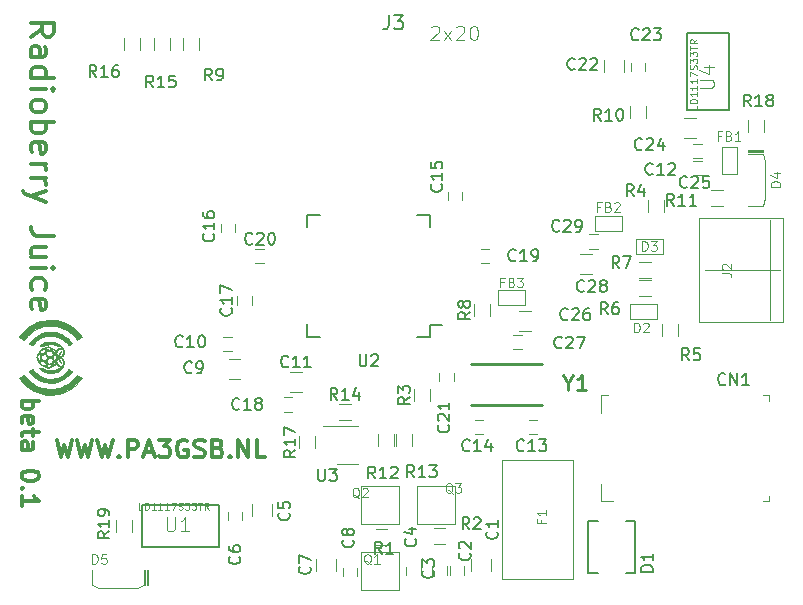
<source format=gto>
%TF.GenerationSoftware,KiCad,Pcbnew,(5.1.8)-1*%
%TF.CreationDate,2021-02-22T22:13:28+01:00*%
%TF.ProjectId,radioberry-juice,72616469-6f62-4657-9272-792d6a756963,rev?*%
%TF.SameCoordinates,Original*%
%TF.FileFunction,Legend,Top*%
%TF.FilePolarity,Positive*%
%FSLAX46Y46*%
G04 Gerber Fmt 4.6, Leading zero omitted, Abs format (unit mm)*
G04 Created by KiCad (PCBNEW (5.1.8)-1) date 2021-02-22 22:13:28*
%MOMM*%
%LPD*%
G01*
G04 APERTURE LIST*
%ADD10C,0.300000*%
%ADD11C,0.100000*%
%ADD12C,0.120000*%
%ADD13C,0.010000*%
%ADD14C,0.250000*%
%ADD15C,0.203200*%
%ADD16C,0.150000*%
%ADD17C,0.020000*%
%ADD18C,0.254000*%
%ADD19C,0.101600*%
%ADD20C,0.127000*%
G04 APERTURE END LIST*
D10*
X94614285Y-113378571D02*
X94971428Y-114878571D01*
X95257142Y-113807142D01*
X95542857Y-114878571D01*
X95900000Y-113378571D01*
X96328571Y-113378571D02*
X96685714Y-114878571D01*
X96971428Y-113807142D01*
X97257142Y-114878571D01*
X97614285Y-113378571D01*
X98042857Y-113378571D02*
X98400000Y-114878571D01*
X98685714Y-113807142D01*
X98971428Y-114878571D01*
X99328571Y-113378571D01*
X99900000Y-114735714D02*
X99971428Y-114807142D01*
X99900000Y-114878571D01*
X99828571Y-114807142D01*
X99900000Y-114735714D01*
X99900000Y-114878571D01*
X100614285Y-114878571D02*
X100614285Y-113378571D01*
X101185714Y-113378571D01*
X101328571Y-113450000D01*
X101400000Y-113521428D01*
X101471428Y-113664285D01*
X101471428Y-113878571D01*
X101400000Y-114021428D01*
X101328571Y-114092857D01*
X101185714Y-114164285D01*
X100614285Y-114164285D01*
X102042857Y-114450000D02*
X102757142Y-114450000D01*
X101900000Y-114878571D02*
X102400000Y-113378571D01*
X102900000Y-114878571D01*
X103257142Y-113378571D02*
X104185714Y-113378571D01*
X103685714Y-113950000D01*
X103900000Y-113950000D01*
X104042857Y-114021428D01*
X104114285Y-114092857D01*
X104185714Y-114235714D01*
X104185714Y-114592857D01*
X104114285Y-114735714D01*
X104042857Y-114807142D01*
X103900000Y-114878571D01*
X103471428Y-114878571D01*
X103328571Y-114807142D01*
X103257142Y-114735714D01*
X105614285Y-113450000D02*
X105471428Y-113378571D01*
X105257142Y-113378571D01*
X105042857Y-113450000D01*
X104900000Y-113592857D01*
X104828571Y-113735714D01*
X104757142Y-114021428D01*
X104757142Y-114235714D01*
X104828571Y-114521428D01*
X104900000Y-114664285D01*
X105042857Y-114807142D01*
X105257142Y-114878571D01*
X105400000Y-114878571D01*
X105614285Y-114807142D01*
X105685714Y-114735714D01*
X105685714Y-114235714D01*
X105400000Y-114235714D01*
X106257142Y-114807142D02*
X106471428Y-114878571D01*
X106828571Y-114878571D01*
X106971428Y-114807142D01*
X107042857Y-114735714D01*
X107114285Y-114592857D01*
X107114285Y-114450000D01*
X107042857Y-114307142D01*
X106971428Y-114235714D01*
X106828571Y-114164285D01*
X106542857Y-114092857D01*
X106400000Y-114021428D01*
X106328571Y-113950000D01*
X106257142Y-113807142D01*
X106257142Y-113664285D01*
X106328571Y-113521428D01*
X106400000Y-113450000D01*
X106542857Y-113378571D01*
X106900000Y-113378571D01*
X107114285Y-113450000D01*
X108257142Y-114092857D02*
X108471428Y-114164285D01*
X108542857Y-114235714D01*
X108614285Y-114378571D01*
X108614285Y-114592857D01*
X108542857Y-114735714D01*
X108471428Y-114807142D01*
X108328571Y-114878571D01*
X107757142Y-114878571D01*
X107757142Y-113378571D01*
X108257142Y-113378571D01*
X108400000Y-113450000D01*
X108471428Y-113521428D01*
X108542857Y-113664285D01*
X108542857Y-113807142D01*
X108471428Y-113950000D01*
X108400000Y-114021428D01*
X108257142Y-114092857D01*
X107757142Y-114092857D01*
X109257142Y-114735714D02*
X109328571Y-114807142D01*
X109257142Y-114878571D01*
X109185714Y-114807142D01*
X109257142Y-114735714D01*
X109257142Y-114878571D01*
X109971428Y-114878571D02*
X109971428Y-113378571D01*
X110828571Y-114878571D01*
X110828571Y-113378571D01*
X112257142Y-114878571D02*
X111542857Y-114878571D01*
X111542857Y-113378571D01*
X91621428Y-110071428D02*
X93121428Y-110071428D01*
X92550000Y-110071428D02*
X92621428Y-110214285D01*
X92621428Y-110500000D01*
X92550000Y-110642857D01*
X92478571Y-110714285D01*
X92335714Y-110785714D01*
X91907142Y-110785714D01*
X91764285Y-110714285D01*
X91692857Y-110642857D01*
X91621428Y-110500000D01*
X91621428Y-110214285D01*
X91692857Y-110071428D01*
X91692857Y-112000000D02*
X91621428Y-111857142D01*
X91621428Y-111571428D01*
X91692857Y-111428571D01*
X91835714Y-111357142D01*
X92407142Y-111357142D01*
X92550000Y-111428571D01*
X92621428Y-111571428D01*
X92621428Y-111857142D01*
X92550000Y-112000000D01*
X92407142Y-112071428D01*
X92264285Y-112071428D01*
X92121428Y-111357142D01*
X92621428Y-112500000D02*
X92621428Y-113071428D01*
X93121428Y-112714285D02*
X91835714Y-112714285D01*
X91692857Y-112785714D01*
X91621428Y-112928571D01*
X91621428Y-113071428D01*
X91621428Y-114214285D02*
X92407142Y-114214285D01*
X92550000Y-114142857D01*
X92621428Y-114000000D01*
X92621428Y-113714285D01*
X92550000Y-113571428D01*
X91692857Y-114214285D02*
X91621428Y-114071428D01*
X91621428Y-113714285D01*
X91692857Y-113571428D01*
X91835714Y-113500000D01*
X91978571Y-113500000D01*
X92121428Y-113571428D01*
X92192857Y-113714285D01*
X92192857Y-114071428D01*
X92264285Y-114214285D01*
X93121428Y-116357142D02*
X93121428Y-116500000D01*
X93050000Y-116642857D01*
X92978571Y-116714285D01*
X92835714Y-116785714D01*
X92550000Y-116857142D01*
X92192857Y-116857142D01*
X91907142Y-116785714D01*
X91764285Y-116714285D01*
X91692857Y-116642857D01*
X91621428Y-116500000D01*
X91621428Y-116357142D01*
X91692857Y-116214285D01*
X91764285Y-116142857D01*
X91907142Y-116071428D01*
X92192857Y-116000000D01*
X92550000Y-116000000D01*
X92835714Y-116071428D01*
X92978571Y-116142857D01*
X93050000Y-116214285D01*
X93121428Y-116357142D01*
X91764285Y-117500000D02*
X91692857Y-117571428D01*
X91621428Y-117500000D01*
X91692857Y-117428571D01*
X91764285Y-117500000D01*
X91621428Y-117500000D01*
X91621428Y-119000000D02*
X91621428Y-118142857D01*
X91621428Y-118571428D02*
X93121428Y-118571428D01*
X92907142Y-118428571D01*
X92764285Y-118285714D01*
X92692857Y-118142857D01*
X92395238Y-79247619D02*
X93347619Y-78580952D01*
X92395238Y-78104761D02*
X94395238Y-78104761D01*
X94395238Y-78866666D01*
X94300000Y-79057142D01*
X94204761Y-79152380D01*
X94014285Y-79247619D01*
X93728571Y-79247619D01*
X93538095Y-79152380D01*
X93442857Y-79057142D01*
X93347619Y-78866666D01*
X93347619Y-78104761D01*
X92395238Y-80961904D02*
X93442857Y-80961904D01*
X93633333Y-80866666D01*
X93728571Y-80676190D01*
X93728571Y-80295238D01*
X93633333Y-80104761D01*
X92490476Y-80961904D02*
X92395238Y-80771428D01*
X92395238Y-80295238D01*
X92490476Y-80104761D01*
X92680952Y-80009523D01*
X92871428Y-80009523D01*
X93061904Y-80104761D01*
X93157142Y-80295238D01*
X93157142Y-80771428D01*
X93252380Y-80961904D01*
X92395238Y-82771428D02*
X94395238Y-82771428D01*
X92490476Y-82771428D02*
X92395238Y-82580952D01*
X92395238Y-82200000D01*
X92490476Y-82009523D01*
X92585714Y-81914285D01*
X92776190Y-81819047D01*
X93347619Y-81819047D01*
X93538095Y-81914285D01*
X93633333Y-82009523D01*
X93728571Y-82200000D01*
X93728571Y-82580952D01*
X93633333Y-82771428D01*
X92395238Y-83723809D02*
X93728571Y-83723809D01*
X94395238Y-83723809D02*
X94300000Y-83628571D01*
X94204761Y-83723809D01*
X94300000Y-83819047D01*
X94395238Y-83723809D01*
X94204761Y-83723809D01*
X92395238Y-84961904D02*
X92490476Y-84771428D01*
X92585714Y-84676190D01*
X92776190Y-84580952D01*
X93347619Y-84580952D01*
X93538095Y-84676190D01*
X93633333Y-84771428D01*
X93728571Y-84961904D01*
X93728571Y-85247619D01*
X93633333Y-85438095D01*
X93538095Y-85533333D01*
X93347619Y-85628571D01*
X92776190Y-85628571D01*
X92585714Y-85533333D01*
X92490476Y-85438095D01*
X92395238Y-85247619D01*
X92395238Y-84961904D01*
X92395238Y-86485714D02*
X94395238Y-86485714D01*
X93633333Y-86485714D02*
X93728571Y-86676190D01*
X93728571Y-87057142D01*
X93633333Y-87247619D01*
X93538095Y-87342857D01*
X93347619Y-87438095D01*
X92776190Y-87438095D01*
X92585714Y-87342857D01*
X92490476Y-87247619D01*
X92395238Y-87057142D01*
X92395238Y-86676190D01*
X92490476Y-86485714D01*
X92490476Y-89057142D02*
X92395238Y-88866666D01*
X92395238Y-88485714D01*
X92490476Y-88295238D01*
X92680952Y-88200000D01*
X93442857Y-88200000D01*
X93633333Y-88295238D01*
X93728571Y-88485714D01*
X93728571Y-88866666D01*
X93633333Y-89057142D01*
X93442857Y-89152380D01*
X93252380Y-89152380D01*
X93061904Y-88200000D01*
X92395238Y-90009523D02*
X93728571Y-90009523D01*
X93347619Y-90009523D02*
X93538095Y-90104761D01*
X93633333Y-90200000D01*
X93728571Y-90390476D01*
X93728571Y-90580952D01*
X92395238Y-91247619D02*
X93728571Y-91247619D01*
X93347619Y-91247619D02*
X93538095Y-91342857D01*
X93633333Y-91438095D01*
X93728571Y-91628571D01*
X93728571Y-91819047D01*
X93728571Y-92295238D02*
X92395238Y-92771428D01*
X93728571Y-93247619D02*
X92395238Y-92771428D01*
X91919047Y-92580952D01*
X91823809Y-92485714D01*
X91728571Y-92295238D01*
X94395238Y-96104761D02*
X92966666Y-96104761D01*
X92680952Y-96009523D01*
X92490476Y-95819047D01*
X92395238Y-95533333D01*
X92395238Y-95342857D01*
X93728571Y-97914285D02*
X92395238Y-97914285D01*
X93728571Y-97057142D02*
X92680952Y-97057142D01*
X92490476Y-97152380D01*
X92395238Y-97342857D01*
X92395238Y-97628571D01*
X92490476Y-97819047D01*
X92585714Y-97914285D01*
X92395238Y-98866666D02*
X93728571Y-98866666D01*
X94395238Y-98866666D02*
X94300000Y-98771428D01*
X94204761Y-98866666D01*
X94300000Y-98961904D01*
X94395238Y-98866666D01*
X94204761Y-98866666D01*
X92490476Y-100676190D02*
X92395238Y-100485714D01*
X92395238Y-100104761D01*
X92490476Y-99914285D01*
X92585714Y-99819047D01*
X92776190Y-99723809D01*
X93347619Y-99723809D01*
X93538095Y-99819047D01*
X93633333Y-99914285D01*
X93728571Y-100104761D01*
X93728571Y-100485714D01*
X93633333Y-100676190D01*
X92490476Y-102295238D02*
X92395238Y-102104761D01*
X92395238Y-101723809D01*
X92490476Y-101533333D01*
X92680952Y-101438095D01*
X93442857Y-101438095D01*
X93633333Y-101533333D01*
X93728571Y-101723809D01*
X93728571Y-102104761D01*
X93633333Y-102295238D01*
X93442857Y-102390476D01*
X93252380Y-102390476D01*
X93061904Y-101438095D01*
D11*
%TO.C,CN1*%
X140700000Y-118600000D02*
X140700000Y-117100000D01*
X140700000Y-109600000D02*
X140700000Y-111100000D01*
X141300000Y-109600000D02*
X140700000Y-109600000D01*
X140700000Y-118600000D02*
X141700000Y-118600000D01*
X154900000Y-109600000D02*
X154400000Y-109600000D01*
X154900000Y-110100000D02*
X154900000Y-109600000D01*
X154900000Y-118600000D02*
X154400000Y-118600000D01*
X154900000Y-118100000D02*
X154900000Y-118600000D01*
D12*
%TO.C,C28*%
X139900000Y-97650000D02*
X138900000Y-97650000D01*
X138900000Y-99350000D02*
X139900000Y-99350000D01*
%TO.C,C26*%
X134750000Y-102450000D02*
X133750000Y-102450000D01*
X133750000Y-104150000D02*
X134750000Y-104150000D01*
%TO.C,C24*%
X147700000Y-87850000D02*
X148700000Y-87850000D01*
X148700000Y-86150000D02*
X147700000Y-86150000D01*
%TO.C,C22*%
X140950000Y-81250000D02*
X140950000Y-82250000D01*
X142650000Y-82250000D02*
X142650000Y-81250000D01*
%TO.C,C11*%
X114350000Y-109350000D02*
X115350000Y-109350000D01*
X115350000Y-107650000D02*
X114350000Y-107650000D01*
%TO.C,C9*%
X109150000Y-108250000D02*
X110150000Y-108250000D01*
X110150000Y-106550000D02*
X109150000Y-106550000D01*
%TO.C,C7*%
X116550000Y-123450000D02*
X116550000Y-124450000D01*
X118250000Y-124450000D02*
X118250000Y-123450000D01*
%TO.C,C5*%
X111150000Y-118850000D02*
X111150000Y-119850000D01*
X112850000Y-119850000D02*
X112850000Y-118850000D01*
%TO.C,C1*%
X131350000Y-124500000D02*
X131350000Y-123500000D01*
X129650000Y-123500000D02*
X129650000Y-124500000D01*
D13*
%TO.C,G\u002A\u002A\u002A*%
G36*
X94957250Y-106895300D02*
G01*
X94950900Y-106888950D01*
X94957250Y-106882600D01*
X94963600Y-106888950D01*
X94957250Y-106895300D01*
G37*
X94957250Y-106895300D02*
X94950900Y-106888950D01*
X94957250Y-106882600D01*
X94963600Y-106888950D01*
X94957250Y-106895300D01*
G36*
X94969950Y-105841200D02*
G01*
X94963600Y-105834850D01*
X94969950Y-105828500D01*
X94976300Y-105834850D01*
X94969950Y-105841200D01*
G37*
X94969950Y-105841200D02*
X94963600Y-105834850D01*
X94969950Y-105828500D01*
X94976300Y-105834850D01*
X94969950Y-105841200D01*
G36*
X94813776Y-105419297D02*
G01*
X94744661Y-105420500D01*
X94694918Y-105420166D01*
X94658532Y-105417477D01*
X94629484Y-105411612D01*
X94601758Y-105401751D01*
X94569337Y-105387076D01*
X94566147Y-105385569D01*
X94408820Y-105324614D01*
X94246291Y-105287264D01*
X94081391Y-105273538D01*
X93916947Y-105283459D01*
X93755791Y-105317047D01*
X93600751Y-105374323D01*
X93592000Y-105378375D01*
X93496750Y-105422991D01*
X93329218Y-105419370D01*
X93161685Y-105415750D01*
X93209350Y-105375766D01*
X93330893Y-105286914D01*
X93469830Y-105208103D01*
X93618968Y-105143012D01*
X93744400Y-105102296D01*
X93788008Y-105091210D01*
X93828462Y-105083307D01*
X93871445Y-105078096D01*
X93922640Y-105075084D01*
X93987729Y-105073779D01*
X94072396Y-105073690D01*
X94074600Y-105073698D01*
X94162156Y-105074526D01*
X94229831Y-105076571D01*
X94283134Y-105080312D01*
X94327572Y-105086229D01*
X94368654Y-105094800D01*
X94394329Y-105101511D01*
X94576009Y-105163683D01*
X94743118Y-105245992D01*
X94897950Y-105349584D01*
X94909587Y-105358600D01*
X94982608Y-105415750D01*
X94813776Y-105419297D01*
G37*
X94813776Y-105419297D02*
X94744661Y-105420500D01*
X94694918Y-105420166D01*
X94658532Y-105417477D01*
X94629484Y-105411612D01*
X94601758Y-105401751D01*
X94569337Y-105387076D01*
X94566147Y-105385569D01*
X94408820Y-105324614D01*
X94246291Y-105287264D01*
X94081391Y-105273538D01*
X93916947Y-105283459D01*
X93755791Y-105317047D01*
X93600751Y-105374323D01*
X93592000Y-105378375D01*
X93496750Y-105422991D01*
X93329218Y-105419370D01*
X93161685Y-105415750D01*
X93209350Y-105375766D01*
X93330893Y-105286914D01*
X93469830Y-105208103D01*
X93618968Y-105143012D01*
X93744400Y-105102296D01*
X93788008Y-105091210D01*
X93828462Y-105083307D01*
X93871445Y-105078096D01*
X93922640Y-105075084D01*
X93987729Y-105073779D01*
X94072396Y-105073690D01*
X94074600Y-105073698D01*
X94162156Y-105074526D01*
X94229831Y-105076571D01*
X94283134Y-105080312D01*
X94327572Y-105086229D01*
X94368654Y-105094800D01*
X94394329Y-105101511D01*
X94576009Y-105163683D01*
X94743118Y-105245992D01*
X94897950Y-105349584D01*
X94909587Y-105358600D01*
X94982608Y-105415750D01*
X94813776Y-105419297D01*
G36*
X94929141Y-107416564D02*
G01*
X94784914Y-107520423D01*
X94640022Y-107601411D01*
X94489373Y-107661669D01*
X94327876Y-107703338D01*
X94199441Y-107723338D01*
X94039766Y-107730225D01*
X93875662Y-107714808D01*
X93711633Y-107678565D01*
X93552178Y-107622971D01*
X93401800Y-107549501D01*
X93265000Y-107459632D01*
X93181750Y-107389648D01*
X93115750Y-107328068D01*
X93276137Y-107327584D01*
X93436523Y-107327100D01*
X93510322Y-107371539D01*
X93610537Y-107425495D01*
X93710219Y-107464923D01*
X93815403Y-107491312D01*
X93932122Y-107506155D01*
X94066410Y-107510940D01*
X94074600Y-107510941D01*
X94185689Y-107508481D01*
X94278925Y-107500351D01*
X94361540Y-107484864D01*
X94440767Y-107460329D01*
X94523838Y-107425059D01*
X94595300Y-107389351D01*
X94715950Y-107326263D01*
X94874700Y-107329856D01*
X95033450Y-107333450D01*
X94929141Y-107416564D01*
G37*
X94929141Y-107416564D02*
X94784914Y-107520423D01*
X94640022Y-107601411D01*
X94489373Y-107661669D01*
X94327876Y-107703338D01*
X94199441Y-107723338D01*
X94039766Y-107730225D01*
X93875662Y-107714808D01*
X93711633Y-107678565D01*
X93552178Y-107622971D01*
X93401800Y-107549501D01*
X93265000Y-107459632D01*
X93181750Y-107389648D01*
X93115750Y-107328068D01*
X93276137Y-107327584D01*
X93436523Y-107327100D01*
X93510322Y-107371539D01*
X93610537Y-107425495D01*
X93710219Y-107464923D01*
X93815403Y-107491312D01*
X93932122Y-107506155D01*
X94066410Y-107510940D01*
X94074600Y-107510941D01*
X94185689Y-107508481D01*
X94278925Y-107500351D01*
X94361540Y-107484864D01*
X94440767Y-107460329D01*
X94523838Y-107425059D01*
X94595300Y-107389351D01*
X94715950Y-107326263D01*
X94874700Y-107329856D01*
X95033450Y-107333450D01*
X94929141Y-107416564D01*
G36*
X95193743Y-106825410D02*
G01*
X95190565Y-106876936D01*
X95185329Y-106928608D01*
X95178832Y-106973457D01*
X95171871Y-107004513D01*
X95167388Y-107014092D01*
X95156876Y-107036473D01*
X95154100Y-107057805D01*
X95148215Y-107090243D01*
X95133978Y-107126866D01*
X95133246Y-107128290D01*
X95116422Y-107161024D01*
X95103833Y-107186215D01*
X95103262Y-107187400D01*
X95089348Y-107198998D01*
X95058854Y-107204461D01*
X95019341Y-107205077D01*
X94973083Y-107203053D01*
X94933326Y-107199298D01*
X94915426Y-107196175D01*
X94858225Y-107179182D01*
X94809246Y-107160569D01*
X94776094Y-107143298D01*
X94772100Y-107140321D01*
X94745649Y-107126435D01*
X94731747Y-107123900D01*
X94710119Y-107114606D01*
X94686548Y-107092249D01*
X94686469Y-107092150D01*
X94664871Y-107069925D01*
X94647451Y-107060405D01*
X94647175Y-107060400D01*
X94631903Y-107050075D01*
X94618471Y-107028828D01*
X94596349Y-106997189D01*
X94574293Y-106977735D01*
X94552309Y-106957199D01*
X94544500Y-106939457D01*
X94539605Y-106922418D01*
X94524715Y-106927933D01*
X94499524Y-106956190D01*
X94484850Y-106976228D01*
X94433746Y-107028849D01*
X94364855Y-107070876D01*
X94284760Y-107098858D01*
X94234464Y-107107429D01*
X94190751Y-107113798D01*
X94162104Y-107125106D01*
X94138192Y-107146588D01*
X94124496Y-107163142D01*
X94090098Y-107197072D01*
X94045016Y-107229781D01*
X94020091Y-107243743D01*
X93929553Y-107276894D01*
X93842986Y-107285237D01*
X93758301Y-107268629D01*
X93673410Y-107226929D01*
X93661850Y-107219390D01*
X93620410Y-107196424D01*
X93562916Y-107170939D01*
X93497960Y-107146579D01*
X93465000Y-107135848D01*
X93403578Y-107115047D01*
X93345186Y-107091895D01*
X93297928Y-107069768D01*
X93276953Y-107057490D01*
X93243097Y-107030014D01*
X93207960Y-106994743D01*
X93176814Y-106957870D01*
X93154927Y-106925589D01*
X93147500Y-106905349D01*
X93140155Y-106889322D01*
X93121541Y-106861907D01*
X93110014Y-106846930D01*
X93082879Y-106807900D01*
X93054298Y-106759112D01*
X93039585Y-106730200D01*
X93012230Y-106678054D01*
X92979465Y-106623487D01*
X92962912Y-106598842D01*
X92926312Y-106536034D01*
X92898674Y-106466467D01*
X92883476Y-106399970D01*
X92881658Y-106369119D01*
X92885587Y-106332557D01*
X92894438Y-106287055D01*
X92898573Y-106270500D01*
X92916621Y-106221929D01*
X92942454Y-106172213D01*
X92951691Y-106157988D01*
X92976448Y-106120287D01*
X93006987Y-106070439D01*
X93037058Y-106018670D01*
X93039550Y-106014227D01*
X93097455Y-105913204D01*
X93111875Y-105890164D01*
X93111875Y-106127220D01*
X93082901Y-106129114D01*
X93049193Y-106152981D01*
X93013481Y-106196516D01*
X92995363Y-106225573D01*
X92963405Y-106305531D01*
X92955969Y-106389079D01*
X92973132Y-106472903D01*
X92988659Y-106509342D01*
X93020427Y-106563757D01*
X93053866Y-106605211D01*
X93085624Y-106630514D01*
X93112347Y-106636476D01*
X93119387Y-106633718D01*
X93146602Y-106605098D01*
X93170296Y-106557775D01*
X93187708Y-106498435D01*
X93194921Y-106450778D01*
X93196048Y-106387850D01*
X93189634Y-106321295D01*
X93177103Y-106256664D01*
X93159880Y-106199513D01*
X93139391Y-106155392D01*
X93117060Y-106129857D01*
X93111875Y-106127220D01*
X93111875Y-105890164D01*
X93148082Y-105832311D01*
X93194707Y-105768575D01*
X93240606Y-105719023D01*
X93289058Y-105680681D01*
X93343338Y-105650575D01*
X93406724Y-105625734D01*
X93482492Y-105603184D01*
X93496750Y-105599388D01*
X93497084Y-105599288D01*
X93497084Y-105689058D01*
X93439329Y-105696277D01*
X93379965Y-105715086D01*
X93323088Y-105745292D01*
X93272793Y-105786706D01*
X93263350Y-105796925D01*
X93220346Y-105856531D01*
X93193825Y-105916404D01*
X93184712Y-105972173D01*
X93193932Y-106019462D01*
X93211000Y-106044400D01*
X93244583Y-106062387D01*
X93293492Y-106069630D01*
X93350027Y-106066107D01*
X93406492Y-106051798D01*
X93423206Y-106044974D01*
X93483270Y-106008688D01*
X93527666Y-105968720D01*
X93527666Y-106120878D01*
X93460570Y-106133246D01*
X93397046Y-106166655D01*
X93342925Y-106216848D01*
X93304043Y-106279565D01*
X93301330Y-106286079D01*
X93290556Y-106334787D01*
X93288910Y-106395640D01*
X93295895Y-106457279D01*
X93306580Y-106493372D01*
X93306580Y-106673494D01*
X93254764Y-106679137D01*
X93216393Y-106699991D01*
X93200921Y-106721078D01*
X93187878Y-106772719D01*
X93190906Y-106832463D01*
X93203416Y-106875255D01*
X93235567Y-106929795D01*
X93283065Y-106983971D01*
X93337346Y-107028860D01*
X93368218Y-107046957D01*
X93424081Y-107065608D01*
X93486847Y-107073334D01*
X93550214Y-107070862D01*
X93607881Y-107058918D01*
X93653547Y-107038230D01*
X93680170Y-107010965D01*
X93685736Y-106975178D01*
X93672378Y-106929846D01*
X93642710Y-106878890D01*
X93599345Y-106826231D01*
X93544893Y-106775792D01*
X93502792Y-106744710D01*
X93434585Y-106706593D01*
X93367851Y-106682751D01*
X93306580Y-106673494D01*
X93306580Y-106493372D01*
X93311012Y-106508343D01*
X93311072Y-106508475D01*
X93351362Y-106568901D01*
X93408224Y-106615980D01*
X93475165Y-106645502D01*
X93534850Y-106653650D01*
X93590217Y-106641728D01*
X93646058Y-106610166D01*
X93696665Y-106563959D01*
X93736331Y-106508104D01*
X93756374Y-106459746D01*
X93766115Y-106385017D01*
X93755549Y-106312317D01*
X93727462Y-106245773D01*
X93684637Y-106189508D01*
X93629857Y-106147647D01*
X93565907Y-106124317D01*
X93527666Y-106120878D01*
X93527666Y-105968720D01*
X93538407Y-105959050D01*
X93584179Y-105901745D01*
X93616150Y-105842456D01*
X93629885Y-105786867D01*
X93630100Y-105779877D01*
X93619739Y-105738837D01*
X93591385Y-105710148D01*
X93549135Y-105693618D01*
X93497084Y-105689058D01*
X93497084Y-105599288D01*
X93555717Y-105581593D01*
X93612642Y-105560539D01*
X93657731Y-105539960D01*
X93668200Y-105534000D01*
X93748430Y-105497729D01*
X93835103Y-105481718D01*
X93847614Y-105482437D01*
X93847614Y-105544957D01*
X93766601Y-105558438D01*
X93690307Y-105594430D01*
X93689608Y-105594888D01*
X93657668Y-105619768D01*
X93648685Y-105640658D01*
X93662801Y-105662493D01*
X93692188Y-105684887D01*
X93734043Y-105705849D01*
X93787891Y-105722181D01*
X93848944Y-105733708D01*
X93912417Y-105740253D01*
X93960529Y-105741346D01*
X93960529Y-105830869D01*
X93888506Y-105836188D01*
X93834044Y-105856153D01*
X93772941Y-105900507D01*
X93733247Y-105956893D01*
X93715722Y-106022551D01*
X93721128Y-106094721D01*
X93748342Y-106167082D01*
X93786077Y-106217478D01*
X93841213Y-106263336D01*
X93905807Y-106298448D01*
X93926303Y-106306112D01*
X94004833Y-106322082D01*
X94026041Y-106320963D01*
X94026041Y-106437039D01*
X93955190Y-106447138D01*
X93885474Y-106474915D01*
X93820759Y-106521224D01*
X93817714Y-106524050D01*
X93767424Y-106586417D01*
X93740098Y-106658330D01*
X93734775Y-106739634D01*
X93739129Y-106786850D01*
X93748139Y-106818693D01*
X93765572Y-106845178D01*
X93780687Y-106861678D01*
X93841018Y-106907009D01*
X93911164Y-106929174D01*
X93989427Y-106928037D01*
X93989427Y-106987231D01*
X93926247Y-106988236D01*
X93858936Y-106995961D01*
X93792488Y-107010085D01*
X93731897Y-107030284D01*
X93684283Y-107054826D01*
X93660679Y-107077247D01*
X93659874Y-107100489D01*
X93682488Y-107126917D01*
X93708072Y-107145629D01*
X93772493Y-107174690D01*
X93847596Y-107187364D01*
X93924220Y-107183123D01*
X93991960Y-107162043D01*
X94031365Y-107137032D01*
X94066661Y-107104476D01*
X94092921Y-107070267D01*
X94105220Y-107040296D01*
X94104250Y-107027755D01*
X94083422Y-107006668D01*
X94043484Y-106993268D01*
X93989427Y-106987231D01*
X93989427Y-106928037D01*
X93990202Y-106928025D01*
X94066589Y-106907530D01*
X94139173Y-106869002D01*
X94197762Y-106815152D01*
X94239346Y-106750381D01*
X94260915Y-106679088D01*
X94261923Y-106621904D01*
X94243422Y-106556390D01*
X94206716Y-106504294D01*
X94155672Y-106466469D01*
X94094157Y-106443767D01*
X94026041Y-106437039D01*
X94026041Y-106320963D01*
X94078241Y-106318208D01*
X94143052Y-106296465D01*
X94195793Y-106258826D01*
X94232989Y-106207266D01*
X94251167Y-106143758D01*
X94252400Y-106120822D01*
X94240887Y-106047106D01*
X94209073Y-105980099D01*
X94161043Y-105922387D01*
X94100884Y-105876554D01*
X94032684Y-105845186D01*
X93960529Y-105830869D01*
X93960529Y-105741346D01*
X93973524Y-105741642D01*
X94027480Y-105737698D01*
X94069498Y-105728247D01*
X94094792Y-105713113D01*
X94100000Y-105699838D01*
X94090500Y-105674002D01*
X94066056Y-105641060D01*
X94032757Y-105608148D01*
X94002985Y-105586108D01*
X93928143Y-105554132D01*
X93847614Y-105544957D01*
X93847614Y-105482437D01*
X93912502Y-105486172D01*
X93982843Y-105505410D01*
X94043980Y-105537146D01*
X94105272Y-105586392D01*
X94112700Y-105593353D01*
X94150020Y-105625652D01*
X94182473Y-105643697D01*
X94208318Y-105649864D01*
X94208318Y-105717373D01*
X94181750Y-105725585D01*
X94176200Y-105738380D01*
X94182649Y-105753223D01*
X94199649Y-105783080D01*
X94223687Y-105821815D01*
X94226671Y-105826450D01*
X94256390Y-105868036D01*
X94294267Y-105914721D01*
X94336609Y-105962688D01*
X94379725Y-106008120D01*
X94383614Y-106011901D01*
X94383614Y-106142063D01*
X94348499Y-106163886D01*
X94326296Y-106186711D01*
X94292373Y-106242611D01*
X94271870Y-106314164D01*
X94265793Y-106394861D01*
X94275151Y-106478195D01*
X94278759Y-106493794D01*
X94302433Y-106556851D01*
X94334950Y-106598920D01*
X94373858Y-106618999D01*
X94416705Y-106616086D01*
X94461038Y-106589179D01*
X94475502Y-106574895D01*
X94475502Y-106641300D01*
X94456757Y-106650438D01*
X94425762Y-106675235D01*
X94386439Y-106711764D01*
X94342707Y-106756095D01*
X94298489Y-106804301D01*
X94257706Y-106852455D01*
X94233657Y-106883545D01*
X94197403Y-106937411D01*
X94180074Y-106975740D01*
X94181666Y-106999934D01*
X94202176Y-107011392D01*
X94233350Y-107012251D01*
X94317995Y-106995392D01*
X94387475Y-106958168D01*
X94441978Y-106900454D01*
X94469940Y-106850850D01*
X94482590Y-106812487D01*
X94490712Y-106766803D01*
X94494133Y-106720324D01*
X94492679Y-106679575D01*
X94486177Y-106651081D01*
X94475502Y-106641300D01*
X94475502Y-106574895D01*
X94475997Y-106574406D01*
X94520608Y-106508513D01*
X94544804Y-106434158D01*
X94548859Y-106356582D01*
X94533045Y-106281022D01*
X94497636Y-106212717D01*
X94454711Y-106166250D01*
X94417502Y-106143092D01*
X94383614Y-106142063D01*
X94383614Y-106011901D01*
X94419922Y-106047202D01*
X94453508Y-106076118D01*
X94476791Y-106091051D01*
X94483618Y-106092017D01*
X94493759Y-106077124D01*
X94498587Y-106040169D01*
X94499046Y-106005048D01*
X94487123Y-105916580D01*
X94454520Y-105842344D01*
X94402460Y-105783771D01*
X94332167Y-105742289D01*
X94256042Y-105721034D01*
X94208318Y-105717373D01*
X94208318Y-105649864D01*
X94221217Y-105652943D01*
X94239209Y-105655207D01*
X94317758Y-105672811D01*
X94391972Y-105705736D01*
X94454243Y-105749958D01*
X94487350Y-105786448D01*
X94516432Y-105823729D01*
X94534847Y-105838991D01*
X94543524Y-105832819D01*
X94544500Y-105822442D01*
X94554252Y-105802472D01*
X94575755Y-105783206D01*
X94601564Y-105759742D01*
X94614942Y-105737736D01*
X94632384Y-105712688D01*
X94650362Y-105700284D01*
X94675687Y-105686320D01*
X94712335Y-105663292D01*
X94741205Y-105643862D01*
X94779907Y-105620105D01*
X94814464Y-105604142D01*
X94832531Y-105599900D01*
X94857794Y-105595328D01*
X94867483Y-105588603D01*
X94886777Y-105577192D01*
X94923633Y-105568920D01*
X94970368Y-105564123D01*
X94973280Y-105564065D01*
X94973280Y-105617125D01*
X94963281Y-105621543D01*
X94944758Y-105641175D01*
X94918928Y-105667233D01*
X94904061Y-105675280D01*
X94902232Y-105664495D01*
X94904693Y-105657050D01*
X94907764Y-105641229D01*
X94897243Y-105641188D01*
X94870676Y-105657330D01*
X94860786Y-105664264D01*
X94834703Y-105679685D01*
X94824012Y-105677206D01*
X94823499Y-105673789D01*
X94816191Y-105671434D01*
X94798370Y-105685679D01*
X94790592Y-105694027D01*
X94767273Y-105716763D01*
X94752981Y-105719795D01*
X94747810Y-105714376D01*
X94737314Y-105710627D01*
X94721994Y-105728603D01*
X94711428Y-105747248D01*
X94695956Y-105773320D01*
X94686299Y-105783342D01*
X94684762Y-105780875D01*
X94679153Y-105765185D01*
X94666911Y-105769657D01*
X94652080Y-105791407D01*
X94644251Y-105809783D01*
X94628925Y-105839650D01*
X94613333Y-105848744D01*
X94611679Y-105848282D01*
X94599994Y-105852528D01*
X94595440Y-105878717D01*
X94595300Y-105887407D01*
X94592883Y-105917479D01*
X94584098Y-105927079D01*
X94576250Y-105925507D01*
X94563053Y-105930535D01*
X94557229Y-105955820D01*
X94558910Y-105997272D01*
X94568227Y-106050802D01*
X94571773Y-106065625D01*
X94588001Y-106106127D01*
X94613947Y-106147160D01*
X94644252Y-106182191D01*
X94673559Y-106204689D01*
X94689797Y-106209500D01*
X94710404Y-106199229D01*
X94741073Y-106170850D01*
X94778761Y-106128013D01*
X94820425Y-106074368D01*
X94863022Y-106013566D01*
X94895128Y-105963207D01*
X94922443Y-105919789D01*
X94943201Y-105889604D01*
X94955208Y-105875640D01*
X94956747Y-105879300D01*
X94943506Y-105914369D01*
X94920269Y-105964272D01*
X94890588Y-106022358D01*
X94858019Y-106081977D01*
X94826114Y-106136479D01*
X94798428Y-106179213D01*
X94791163Y-106189155D01*
X94764057Y-106230244D01*
X94756573Y-106260400D01*
X94768785Y-106284907D01*
X94792770Y-106303988D01*
X94841315Y-106321267D01*
X94850272Y-106320852D01*
X94850272Y-106434467D01*
X94810235Y-106442072D01*
X94777094Y-106465725D01*
X94773101Y-106469849D01*
X94744544Y-106500246D01*
X94789062Y-106561248D01*
X94811412Y-106594991D01*
X94838013Y-106639836D01*
X94866326Y-106690857D01*
X94893809Y-106743128D01*
X94917922Y-106791722D01*
X94936124Y-106831716D01*
X94945875Y-106858181D01*
X94946279Y-106866054D01*
X94937257Y-106860141D01*
X94922584Y-106837725D01*
X94918365Y-106829805D01*
X94893645Y-106786682D01*
X94859596Y-106733987D01*
X94821109Y-106678629D01*
X94783076Y-106627518D01*
X94750387Y-106587563D01*
X94736459Y-106572847D01*
X94708402Y-106551258D01*
X94683341Y-106547573D01*
X94655496Y-106562927D01*
X94622005Y-106595318D01*
X94601847Y-106624703D01*
X94584225Y-106664217D01*
X94570221Y-106708457D01*
X94560916Y-106752025D01*
X94557393Y-106789520D01*
X94560733Y-106815542D01*
X94572018Y-106824690D01*
X94576250Y-106823692D01*
X94590029Y-106824795D01*
X94595096Y-106845436D01*
X94595300Y-106854802D01*
X94598095Y-106892813D01*
X94605208Y-106918288D01*
X94614732Y-106926236D01*
X94620572Y-106920907D01*
X94630871Y-106920020D01*
X94644273Y-106941787D01*
X94645745Y-106945242D01*
X94660880Y-106971853D01*
X94675961Y-106984108D01*
X94677039Y-106984200D01*
X94691621Y-106994594D01*
X94709834Y-107020612D01*
X94715824Y-107031825D01*
X94731271Y-107059586D01*
X94740314Y-107065696D01*
X94744749Y-107055972D01*
X94750070Y-107042892D01*
X94760725Y-107044858D01*
X94782339Y-107063456D01*
X94786973Y-107067873D01*
X94811144Y-107087477D01*
X94823117Y-107089199D01*
X94823900Y-107085800D01*
X94831337Y-107081266D01*
X94851982Y-107095529D01*
X94859520Y-107102473D01*
X94889809Y-107128595D01*
X94905681Y-107135391D01*
X94906470Y-107122638D01*
X94904693Y-107117550D01*
X94902789Y-107100872D01*
X94917287Y-107103241D01*
X94948356Y-107124685D01*
X94948897Y-107125111D01*
X94972116Y-107141497D01*
X94982940Y-107141682D01*
X94986757Y-107131461D01*
X94995303Y-107113835D01*
X95012738Y-107115745D01*
X95034198Y-107129846D01*
X95060737Y-107146148D01*
X95074167Y-107142452D01*
X95077081Y-107116905D01*
X95075871Y-107100044D01*
X95074749Y-107068282D01*
X95080645Y-107056624D01*
X95089256Y-107057728D01*
X95099693Y-107057522D01*
X95102832Y-107042610D01*
X95099581Y-107008113D01*
X95099122Y-107004728D01*
X95095761Y-106967739D01*
X95099263Y-106952795D01*
X95105212Y-106953631D01*
X95113458Y-106951974D01*
X95113039Y-106929715D01*
X95110381Y-106913778D01*
X95105659Y-106883580D01*
X95108174Y-106873812D01*
X95119398Y-106880169D01*
X95121323Y-106881747D01*
X95136404Y-106891826D01*
X95140089Y-106885828D01*
X95132435Y-106861180D01*
X95122350Y-106836191D01*
X95108681Y-106802609D01*
X95105008Y-106787382D01*
X95111605Y-106785400D01*
X95124809Y-106790050D01*
X95136042Y-106791751D01*
X95134160Y-106780763D01*
X95118405Y-106753143D01*
X95117423Y-106751552D01*
X95100472Y-106720271D01*
X95099782Y-106705162D01*
X95115478Y-106702780D01*
X95119175Y-106703296D01*
X95128714Y-106698340D01*
X95122195Y-106681619D01*
X95103000Y-106660078D01*
X95086626Y-106640818D01*
X95090644Y-106628150D01*
X95093475Y-106626059D01*
X95099458Y-106614253D01*
X95085821Y-106596204D01*
X95074638Y-106586477D01*
X95052126Y-106563472D01*
X95050689Y-106547314D01*
X95053556Y-106543724D01*
X95052917Y-106529242D01*
X95034339Y-106508580D01*
X95003263Y-106485485D01*
X94965130Y-106463703D01*
X94925383Y-106446979D01*
X94904730Y-106441278D01*
X94850272Y-106434467D01*
X94850272Y-106320852D01*
X94899941Y-106318547D01*
X94957250Y-106298963D01*
X94996378Y-106278030D01*
X95029320Y-106256508D01*
X95051739Y-106237850D01*
X95059296Y-106225512D01*
X95053299Y-106222482D01*
X95047402Y-106215212D01*
X95062445Y-106193824D01*
X95069174Y-106186580D01*
X95091816Y-106160119D01*
X95102804Y-106141638D01*
X95100213Y-106135356D01*
X95090600Y-106139650D01*
X95078645Y-106142862D01*
X95081101Y-106131279D01*
X95096203Y-106109691D01*
X95105514Y-106099193D01*
X95122543Y-106079000D01*
X95121892Y-106070924D01*
X95111864Y-106069800D01*
X95094195Y-106065603D01*
X95094611Y-106050871D01*
X95113374Y-106022385D01*
X95116000Y-106019000D01*
X95136827Y-105988385D01*
X95138529Y-105974291D01*
X95122446Y-105976270D01*
X95111355Y-105978266D01*
X95111031Y-105968100D01*
X95121475Y-105940509D01*
X95122446Y-105938179D01*
X95136871Y-105901118D01*
X95139976Y-105884262D01*
X95131698Y-105885048D01*
X95121323Y-105892852D01*
X95108998Y-105900794D01*
X95105552Y-105893110D01*
X95109513Y-105865493D01*
X95110381Y-105860821D01*
X95114245Y-105828974D01*
X95109370Y-105819258D01*
X95105608Y-105820723D01*
X95097862Y-105817406D01*
X95096739Y-105792470D01*
X95099304Y-105765116D01*
X95102788Y-105727653D01*
X95100789Y-105710026D01*
X95092079Y-105707033D01*
X95086054Y-105708915D01*
X95072198Y-105709712D01*
X95066202Y-105694286D01*
X95065200Y-105669749D01*
X95063418Y-105639391D01*
X95055986Y-105628960D01*
X95042975Y-105631732D01*
X95004781Y-105645634D01*
X94984177Y-105647274D01*
X94976439Y-105636526D01*
X94975899Y-105629956D01*
X94973280Y-105617125D01*
X94973280Y-105564065D01*
X95019298Y-105563141D01*
X95062741Y-105566310D01*
X95093013Y-105573970D01*
X95099729Y-105578383D01*
X95114196Y-105602959D01*
X95119587Y-105622354D01*
X95129507Y-105652078D01*
X95139033Y-105666112D01*
X95149836Y-105688909D01*
X95154100Y-105720550D01*
X95158200Y-105752787D01*
X95167663Y-105773482D01*
X95175058Y-105792035D01*
X95182360Y-105828444D01*
X95188589Y-105875179D01*
X95192767Y-105924710D01*
X95193917Y-105969509D01*
X95193794Y-105974550D01*
X95192959Y-106005724D01*
X95192188Y-106040726D01*
X95188150Y-106071242D01*
X95179488Y-106088837D01*
X95179095Y-106089100D01*
X95170052Y-106106164D01*
X95166800Y-106132081D01*
X95157827Y-106167135D01*
X95141400Y-106190450D01*
X95122185Y-106215123D01*
X95116000Y-106234377D01*
X95105780Y-106258632D01*
X95078878Y-106289718D01*
X95040936Y-106322341D01*
X94997594Y-106351211D01*
X94983244Y-106358923D01*
X94933038Y-106384150D01*
X94984723Y-106410518D01*
X95036452Y-106440932D01*
X95078721Y-106473399D01*
X95106791Y-106503742D01*
X95116000Y-106526160D01*
X95124881Y-106551104D01*
X95141400Y-106571450D01*
X95160735Y-106601448D01*
X95166800Y-106629818D01*
X95170971Y-106658440D01*
X95179639Y-106673135D01*
X95189305Y-106690546D01*
X95192705Y-106715159D01*
X95193336Y-106754966D01*
X95194064Y-106781000D01*
X95193743Y-106825410D01*
G37*
X95193743Y-106825410D02*
X95190565Y-106876936D01*
X95185329Y-106928608D01*
X95178832Y-106973457D01*
X95171871Y-107004513D01*
X95167388Y-107014092D01*
X95156876Y-107036473D01*
X95154100Y-107057805D01*
X95148215Y-107090243D01*
X95133978Y-107126866D01*
X95133246Y-107128290D01*
X95116422Y-107161024D01*
X95103833Y-107186215D01*
X95103262Y-107187400D01*
X95089348Y-107198998D01*
X95058854Y-107204461D01*
X95019341Y-107205077D01*
X94973083Y-107203053D01*
X94933326Y-107199298D01*
X94915426Y-107196175D01*
X94858225Y-107179182D01*
X94809246Y-107160569D01*
X94776094Y-107143298D01*
X94772100Y-107140321D01*
X94745649Y-107126435D01*
X94731747Y-107123900D01*
X94710119Y-107114606D01*
X94686548Y-107092249D01*
X94686469Y-107092150D01*
X94664871Y-107069925D01*
X94647451Y-107060405D01*
X94647175Y-107060400D01*
X94631903Y-107050075D01*
X94618471Y-107028828D01*
X94596349Y-106997189D01*
X94574293Y-106977735D01*
X94552309Y-106957199D01*
X94544500Y-106939457D01*
X94539605Y-106922418D01*
X94524715Y-106927933D01*
X94499524Y-106956190D01*
X94484850Y-106976228D01*
X94433746Y-107028849D01*
X94364855Y-107070876D01*
X94284760Y-107098858D01*
X94234464Y-107107429D01*
X94190751Y-107113798D01*
X94162104Y-107125106D01*
X94138192Y-107146588D01*
X94124496Y-107163142D01*
X94090098Y-107197072D01*
X94045016Y-107229781D01*
X94020091Y-107243743D01*
X93929553Y-107276894D01*
X93842986Y-107285237D01*
X93758301Y-107268629D01*
X93673410Y-107226929D01*
X93661850Y-107219390D01*
X93620410Y-107196424D01*
X93562916Y-107170939D01*
X93497960Y-107146579D01*
X93465000Y-107135848D01*
X93403578Y-107115047D01*
X93345186Y-107091895D01*
X93297928Y-107069768D01*
X93276953Y-107057490D01*
X93243097Y-107030014D01*
X93207960Y-106994743D01*
X93176814Y-106957870D01*
X93154927Y-106925589D01*
X93147500Y-106905349D01*
X93140155Y-106889322D01*
X93121541Y-106861907D01*
X93110014Y-106846930D01*
X93082879Y-106807900D01*
X93054298Y-106759112D01*
X93039585Y-106730200D01*
X93012230Y-106678054D01*
X92979465Y-106623487D01*
X92962912Y-106598842D01*
X92926312Y-106536034D01*
X92898674Y-106466467D01*
X92883476Y-106399970D01*
X92881658Y-106369119D01*
X92885587Y-106332557D01*
X92894438Y-106287055D01*
X92898573Y-106270500D01*
X92916621Y-106221929D01*
X92942454Y-106172213D01*
X92951691Y-106157988D01*
X92976448Y-106120287D01*
X93006987Y-106070439D01*
X93037058Y-106018670D01*
X93039550Y-106014227D01*
X93097455Y-105913204D01*
X93111875Y-105890164D01*
X93111875Y-106127220D01*
X93082901Y-106129114D01*
X93049193Y-106152981D01*
X93013481Y-106196516D01*
X92995363Y-106225573D01*
X92963405Y-106305531D01*
X92955969Y-106389079D01*
X92973132Y-106472903D01*
X92988659Y-106509342D01*
X93020427Y-106563757D01*
X93053866Y-106605211D01*
X93085624Y-106630514D01*
X93112347Y-106636476D01*
X93119387Y-106633718D01*
X93146602Y-106605098D01*
X93170296Y-106557775D01*
X93187708Y-106498435D01*
X93194921Y-106450778D01*
X93196048Y-106387850D01*
X93189634Y-106321295D01*
X93177103Y-106256664D01*
X93159880Y-106199513D01*
X93139391Y-106155392D01*
X93117060Y-106129857D01*
X93111875Y-106127220D01*
X93111875Y-105890164D01*
X93148082Y-105832311D01*
X93194707Y-105768575D01*
X93240606Y-105719023D01*
X93289058Y-105680681D01*
X93343338Y-105650575D01*
X93406724Y-105625734D01*
X93482492Y-105603184D01*
X93496750Y-105599388D01*
X93497084Y-105599288D01*
X93497084Y-105689058D01*
X93439329Y-105696277D01*
X93379965Y-105715086D01*
X93323088Y-105745292D01*
X93272793Y-105786706D01*
X93263350Y-105796925D01*
X93220346Y-105856531D01*
X93193825Y-105916404D01*
X93184712Y-105972173D01*
X93193932Y-106019462D01*
X93211000Y-106044400D01*
X93244583Y-106062387D01*
X93293492Y-106069630D01*
X93350027Y-106066107D01*
X93406492Y-106051798D01*
X93423206Y-106044974D01*
X93483270Y-106008688D01*
X93527666Y-105968720D01*
X93527666Y-106120878D01*
X93460570Y-106133246D01*
X93397046Y-106166655D01*
X93342925Y-106216848D01*
X93304043Y-106279565D01*
X93301330Y-106286079D01*
X93290556Y-106334787D01*
X93288910Y-106395640D01*
X93295895Y-106457279D01*
X93306580Y-106493372D01*
X93306580Y-106673494D01*
X93254764Y-106679137D01*
X93216393Y-106699991D01*
X93200921Y-106721078D01*
X93187878Y-106772719D01*
X93190906Y-106832463D01*
X93203416Y-106875255D01*
X93235567Y-106929795D01*
X93283065Y-106983971D01*
X93337346Y-107028860D01*
X93368218Y-107046957D01*
X93424081Y-107065608D01*
X93486847Y-107073334D01*
X93550214Y-107070862D01*
X93607881Y-107058918D01*
X93653547Y-107038230D01*
X93680170Y-107010965D01*
X93685736Y-106975178D01*
X93672378Y-106929846D01*
X93642710Y-106878890D01*
X93599345Y-106826231D01*
X93544893Y-106775792D01*
X93502792Y-106744710D01*
X93434585Y-106706593D01*
X93367851Y-106682751D01*
X93306580Y-106673494D01*
X93306580Y-106493372D01*
X93311012Y-106508343D01*
X93311072Y-106508475D01*
X93351362Y-106568901D01*
X93408224Y-106615980D01*
X93475165Y-106645502D01*
X93534850Y-106653650D01*
X93590217Y-106641728D01*
X93646058Y-106610166D01*
X93696665Y-106563959D01*
X93736331Y-106508104D01*
X93756374Y-106459746D01*
X93766115Y-106385017D01*
X93755549Y-106312317D01*
X93727462Y-106245773D01*
X93684637Y-106189508D01*
X93629857Y-106147647D01*
X93565907Y-106124317D01*
X93527666Y-106120878D01*
X93527666Y-105968720D01*
X93538407Y-105959050D01*
X93584179Y-105901745D01*
X93616150Y-105842456D01*
X93629885Y-105786867D01*
X93630100Y-105779877D01*
X93619739Y-105738837D01*
X93591385Y-105710148D01*
X93549135Y-105693618D01*
X93497084Y-105689058D01*
X93497084Y-105599288D01*
X93555717Y-105581593D01*
X93612642Y-105560539D01*
X93657731Y-105539960D01*
X93668200Y-105534000D01*
X93748430Y-105497729D01*
X93835103Y-105481718D01*
X93847614Y-105482437D01*
X93847614Y-105544957D01*
X93766601Y-105558438D01*
X93690307Y-105594430D01*
X93689608Y-105594888D01*
X93657668Y-105619768D01*
X93648685Y-105640658D01*
X93662801Y-105662493D01*
X93692188Y-105684887D01*
X93734043Y-105705849D01*
X93787891Y-105722181D01*
X93848944Y-105733708D01*
X93912417Y-105740253D01*
X93960529Y-105741346D01*
X93960529Y-105830869D01*
X93888506Y-105836188D01*
X93834044Y-105856153D01*
X93772941Y-105900507D01*
X93733247Y-105956893D01*
X93715722Y-106022551D01*
X93721128Y-106094721D01*
X93748342Y-106167082D01*
X93786077Y-106217478D01*
X93841213Y-106263336D01*
X93905807Y-106298448D01*
X93926303Y-106306112D01*
X94004833Y-106322082D01*
X94026041Y-106320963D01*
X94026041Y-106437039D01*
X93955190Y-106447138D01*
X93885474Y-106474915D01*
X93820759Y-106521224D01*
X93817714Y-106524050D01*
X93767424Y-106586417D01*
X93740098Y-106658330D01*
X93734775Y-106739634D01*
X93739129Y-106786850D01*
X93748139Y-106818693D01*
X93765572Y-106845178D01*
X93780687Y-106861678D01*
X93841018Y-106907009D01*
X93911164Y-106929174D01*
X93989427Y-106928037D01*
X93989427Y-106987231D01*
X93926247Y-106988236D01*
X93858936Y-106995961D01*
X93792488Y-107010085D01*
X93731897Y-107030284D01*
X93684283Y-107054826D01*
X93660679Y-107077247D01*
X93659874Y-107100489D01*
X93682488Y-107126917D01*
X93708072Y-107145629D01*
X93772493Y-107174690D01*
X93847596Y-107187364D01*
X93924220Y-107183123D01*
X93991960Y-107162043D01*
X94031365Y-107137032D01*
X94066661Y-107104476D01*
X94092921Y-107070267D01*
X94105220Y-107040296D01*
X94104250Y-107027755D01*
X94083422Y-107006668D01*
X94043484Y-106993268D01*
X93989427Y-106987231D01*
X93989427Y-106928037D01*
X93990202Y-106928025D01*
X94066589Y-106907530D01*
X94139173Y-106869002D01*
X94197762Y-106815152D01*
X94239346Y-106750381D01*
X94260915Y-106679088D01*
X94261923Y-106621904D01*
X94243422Y-106556390D01*
X94206716Y-106504294D01*
X94155672Y-106466469D01*
X94094157Y-106443767D01*
X94026041Y-106437039D01*
X94026041Y-106320963D01*
X94078241Y-106318208D01*
X94143052Y-106296465D01*
X94195793Y-106258826D01*
X94232989Y-106207266D01*
X94251167Y-106143758D01*
X94252400Y-106120822D01*
X94240887Y-106047106D01*
X94209073Y-105980099D01*
X94161043Y-105922387D01*
X94100884Y-105876554D01*
X94032684Y-105845186D01*
X93960529Y-105830869D01*
X93960529Y-105741346D01*
X93973524Y-105741642D01*
X94027480Y-105737698D01*
X94069498Y-105728247D01*
X94094792Y-105713113D01*
X94100000Y-105699838D01*
X94090500Y-105674002D01*
X94066056Y-105641060D01*
X94032757Y-105608148D01*
X94002985Y-105586108D01*
X93928143Y-105554132D01*
X93847614Y-105544957D01*
X93847614Y-105482437D01*
X93912502Y-105486172D01*
X93982843Y-105505410D01*
X94043980Y-105537146D01*
X94105272Y-105586392D01*
X94112700Y-105593353D01*
X94150020Y-105625652D01*
X94182473Y-105643697D01*
X94208318Y-105649864D01*
X94208318Y-105717373D01*
X94181750Y-105725585D01*
X94176200Y-105738380D01*
X94182649Y-105753223D01*
X94199649Y-105783080D01*
X94223687Y-105821815D01*
X94226671Y-105826450D01*
X94256390Y-105868036D01*
X94294267Y-105914721D01*
X94336609Y-105962688D01*
X94379725Y-106008120D01*
X94383614Y-106011901D01*
X94383614Y-106142063D01*
X94348499Y-106163886D01*
X94326296Y-106186711D01*
X94292373Y-106242611D01*
X94271870Y-106314164D01*
X94265793Y-106394861D01*
X94275151Y-106478195D01*
X94278759Y-106493794D01*
X94302433Y-106556851D01*
X94334950Y-106598920D01*
X94373858Y-106618999D01*
X94416705Y-106616086D01*
X94461038Y-106589179D01*
X94475502Y-106574895D01*
X94475502Y-106641300D01*
X94456757Y-106650438D01*
X94425762Y-106675235D01*
X94386439Y-106711764D01*
X94342707Y-106756095D01*
X94298489Y-106804301D01*
X94257706Y-106852455D01*
X94233657Y-106883545D01*
X94197403Y-106937411D01*
X94180074Y-106975740D01*
X94181666Y-106999934D01*
X94202176Y-107011392D01*
X94233350Y-107012251D01*
X94317995Y-106995392D01*
X94387475Y-106958168D01*
X94441978Y-106900454D01*
X94469940Y-106850850D01*
X94482590Y-106812487D01*
X94490712Y-106766803D01*
X94494133Y-106720324D01*
X94492679Y-106679575D01*
X94486177Y-106651081D01*
X94475502Y-106641300D01*
X94475502Y-106574895D01*
X94475997Y-106574406D01*
X94520608Y-106508513D01*
X94544804Y-106434158D01*
X94548859Y-106356582D01*
X94533045Y-106281022D01*
X94497636Y-106212717D01*
X94454711Y-106166250D01*
X94417502Y-106143092D01*
X94383614Y-106142063D01*
X94383614Y-106011901D01*
X94419922Y-106047202D01*
X94453508Y-106076118D01*
X94476791Y-106091051D01*
X94483618Y-106092017D01*
X94493759Y-106077124D01*
X94498587Y-106040169D01*
X94499046Y-106005048D01*
X94487123Y-105916580D01*
X94454520Y-105842344D01*
X94402460Y-105783771D01*
X94332167Y-105742289D01*
X94256042Y-105721034D01*
X94208318Y-105717373D01*
X94208318Y-105649864D01*
X94221217Y-105652943D01*
X94239209Y-105655207D01*
X94317758Y-105672811D01*
X94391972Y-105705736D01*
X94454243Y-105749958D01*
X94487350Y-105786448D01*
X94516432Y-105823729D01*
X94534847Y-105838991D01*
X94543524Y-105832819D01*
X94544500Y-105822442D01*
X94554252Y-105802472D01*
X94575755Y-105783206D01*
X94601564Y-105759742D01*
X94614942Y-105737736D01*
X94632384Y-105712688D01*
X94650362Y-105700284D01*
X94675687Y-105686320D01*
X94712335Y-105663292D01*
X94741205Y-105643862D01*
X94779907Y-105620105D01*
X94814464Y-105604142D01*
X94832531Y-105599900D01*
X94857794Y-105595328D01*
X94867483Y-105588603D01*
X94886777Y-105577192D01*
X94923633Y-105568920D01*
X94970368Y-105564123D01*
X94973280Y-105564065D01*
X94973280Y-105617125D01*
X94963281Y-105621543D01*
X94944758Y-105641175D01*
X94918928Y-105667233D01*
X94904061Y-105675280D01*
X94902232Y-105664495D01*
X94904693Y-105657050D01*
X94907764Y-105641229D01*
X94897243Y-105641188D01*
X94870676Y-105657330D01*
X94860786Y-105664264D01*
X94834703Y-105679685D01*
X94824012Y-105677206D01*
X94823499Y-105673789D01*
X94816191Y-105671434D01*
X94798370Y-105685679D01*
X94790592Y-105694027D01*
X94767273Y-105716763D01*
X94752981Y-105719795D01*
X94747810Y-105714376D01*
X94737314Y-105710627D01*
X94721994Y-105728603D01*
X94711428Y-105747248D01*
X94695956Y-105773320D01*
X94686299Y-105783342D01*
X94684762Y-105780875D01*
X94679153Y-105765185D01*
X94666911Y-105769657D01*
X94652080Y-105791407D01*
X94644251Y-105809783D01*
X94628925Y-105839650D01*
X94613333Y-105848744D01*
X94611679Y-105848282D01*
X94599994Y-105852528D01*
X94595440Y-105878717D01*
X94595300Y-105887407D01*
X94592883Y-105917479D01*
X94584098Y-105927079D01*
X94576250Y-105925507D01*
X94563053Y-105930535D01*
X94557229Y-105955820D01*
X94558910Y-105997272D01*
X94568227Y-106050802D01*
X94571773Y-106065625D01*
X94588001Y-106106127D01*
X94613947Y-106147160D01*
X94644252Y-106182191D01*
X94673559Y-106204689D01*
X94689797Y-106209500D01*
X94710404Y-106199229D01*
X94741073Y-106170850D01*
X94778761Y-106128013D01*
X94820425Y-106074368D01*
X94863022Y-106013566D01*
X94895128Y-105963207D01*
X94922443Y-105919789D01*
X94943201Y-105889604D01*
X94955208Y-105875640D01*
X94956747Y-105879300D01*
X94943506Y-105914369D01*
X94920269Y-105964272D01*
X94890588Y-106022358D01*
X94858019Y-106081977D01*
X94826114Y-106136479D01*
X94798428Y-106179213D01*
X94791163Y-106189155D01*
X94764057Y-106230244D01*
X94756573Y-106260400D01*
X94768785Y-106284907D01*
X94792770Y-106303988D01*
X94841315Y-106321267D01*
X94850272Y-106320852D01*
X94850272Y-106434467D01*
X94810235Y-106442072D01*
X94777094Y-106465725D01*
X94773101Y-106469849D01*
X94744544Y-106500246D01*
X94789062Y-106561248D01*
X94811412Y-106594991D01*
X94838013Y-106639836D01*
X94866326Y-106690857D01*
X94893809Y-106743128D01*
X94917922Y-106791722D01*
X94936124Y-106831716D01*
X94945875Y-106858181D01*
X94946279Y-106866054D01*
X94937257Y-106860141D01*
X94922584Y-106837725D01*
X94918365Y-106829805D01*
X94893645Y-106786682D01*
X94859596Y-106733987D01*
X94821109Y-106678629D01*
X94783076Y-106627518D01*
X94750387Y-106587563D01*
X94736459Y-106572847D01*
X94708402Y-106551258D01*
X94683341Y-106547573D01*
X94655496Y-106562927D01*
X94622005Y-106595318D01*
X94601847Y-106624703D01*
X94584225Y-106664217D01*
X94570221Y-106708457D01*
X94560916Y-106752025D01*
X94557393Y-106789520D01*
X94560733Y-106815542D01*
X94572018Y-106824690D01*
X94576250Y-106823692D01*
X94590029Y-106824795D01*
X94595096Y-106845436D01*
X94595300Y-106854802D01*
X94598095Y-106892813D01*
X94605208Y-106918288D01*
X94614732Y-106926236D01*
X94620572Y-106920907D01*
X94630871Y-106920020D01*
X94644273Y-106941787D01*
X94645745Y-106945242D01*
X94660880Y-106971853D01*
X94675961Y-106984108D01*
X94677039Y-106984200D01*
X94691621Y-106994594D01*
X94709834Y-107020612D01*
X94715824Y-107031825D01*
X94731271Y-107059586D01*
X94740314Y-107065696D01*
X94744749Y-107055972D01*
X94750070Y-107042892D01*
X94760725Y-107044858D01*
X94782339Y-107063456D01*
X94786973Y-107067873D01*
X94811144Y-107087477D01*
X94823117Y-107089199D01*
X94823900Y-107085800D01*
X94831337Y-107081266D01*
X94851982Y-107095529D01*
X94859520Y-107102473D01*
X94889809Y-107128595D01*
X94905681Y-107135391D01*
X94906470Y-107122638D01*
X94904693Y-107117550D01*
X94902789Y-107100872D01*
X94917287Y-107103241D01*
X94948356Y-107124685D01*
X94948897Y-107125111D01*
X94972116Y-107141497D01*
X94982940Y-107141682D01*
X94986757Y-107131461D01*
X94995303Y-107113835D01*
X95012738Y-107115745D01*
X95034198Y-107129846D01*
X95060737Y-107146148D01*
X95074167Y-107142452D01*
X95077081Y-107116905D01*
X95075871Y-107100044D01*
X95074749Y-107068282D01*
X95080645Y-107056624D01*
X95089256Y-107057728D01*
X95099693Y-107057522D01*
X95102832Y-107042610D01*
X95099581Y-107008113D01*
X95099122Y-107004728D01*
X95095761Y-106967739D01*
X95099263Y-106952795D01*
X95105212Y-106953631D01*
X95113458Y-106951974D01*
X95113039Y-106929715D01*
X95110381Y-106913778D01*
X95105659Y-106883580D01*
X95108174Y-106873812D01*
X95119398Y-106880169D01*
X95121323Y-106881747D01*
X95136404Y-106891826D01*
X95140089Y-106885828D01*
X95132435Y-106861180D01*
X95122350Y-106836191D01*
X95108681Y-106802609D01*
X95105008Y-106787382D01*
X95111605Y-106785400D01*
X95124809Y-106790050D01*
X95136042Y-106791751D01*
X95134160Y-106780763D01*
X95118405Y-106753143D01*
X95117423Y-106751552D01*
X95100472Y-106720271D01*
X95099782Y-106705162D01*
X95115478Y-106702780D01*
X95119175Y-106703296D01*
X95128714Y-106698340D01*
X95122195Y-106681619D01*
X95103000Y-106660078D01*
X95086626Y-106640818D01*
X95090644Y-106628150D01*
X95093475Y-106626059D01*
X95099458Y-106614253D01*
X95085821Y-106596204D01*
X95074638Y-106586477D01*
X95052126Y-106563472D01*
X95050689Y-106547314D01*
X95053556Y-106543724D01*
X95052917Y-106529242D01*
X95034339Y-106508580D01*
X95003263Y-106485485D01*
X94965130Y-106463703D01*
X94925383Y-106446979D01*
X94904730Y-106441278D01*
X94850272Y-106434467D01*
X94850272Y-106320852D01*
X94899941Y-106318547D01*
X94957250Y-106298963D01*
X94996378Y-106278030D01*
X95029320Y-106256508D01*
X95051739Y-106237850D01*
X95059296Y-106225512D01*
X95053299Y-106222482D01*
X95047402Y-106215212D01*
X95062445Y-106193824D01*
X95069174Y-106186580D01*
X95091816Y-106160119D01*
X95102804Y-106141638D01*
X95100213Y-106135356D01*
X95090600Y-106139650D01*
X95078645Y-106142862D01*
X95081101Y-106131279D01*
X95096203Y-106109691D01*
X95105514Y-106099193D01*
X95122543Y-106079000D01*
X95121892Y-106070924D01*
X95111864Y-106069800D01*
X95094195Y-106065603D01*
X95094611Y-106050871D01*
X95113374Y-106022385D01*
X95116000Y-106019000D01*
X95136827Y-105988385D01*
X95138529Y-105974291D01*
X95122446Y-105976270D01*
X95111355Y-105978266D01*
X95111031Y-105968100D01*
X95121475Y-105940509D01*
X95122446Y-105938179D01*
X95136871Y-105901118D01*
X95139976Y-105884262D01*
X95131698Y-105885048D01*
X95121323Y-105892852D01*
X95108998Y-105900794D01*
X95105552Y-105893110D01*
X95109513Y-105865493D01*
X95110381Y-105860821D01*
X95114245Y-105828974D01*
X95109370Y-105819258D01*
X95105608Y-105820723D01*
X95097862Y-105817406D01*
X95096739Y-105792470D01*
X95099304Y-105765116D01*
X95102788Y-105727653D01*
X95100789Y-105710026D01*
X95092079Y-105707033D01*
X95086054Y-105708915D01*
X95072198Y-105709712D01*
X95066202Y-105694286D01*
X95065200Y-105669749D01*
X95063418Y-105639391D01*
X95055986Y-105628960D01*
X95042975Y-105631732D01*
X95004781Y-105645634D01*
X94984177Y-105647274D01*
X94976439Y-105636526D01*
X94975899Y-105629956D01*
X94973280Y-105617125D01*
X94973280Y-105564065D01*
X95019298Y-105563141D01*
X95062741Y-105566310D01*
X95093013Y-105573970D01*
X95099729Y-105578383D01*
X95114196Y-105602959D01*
X95119587Y-105622354D01*
X95129507Y-105652078D01*
X95139033Y-105666112D01*
X95149836Y-105688909D01*
X95154100Y-105720550D01*
X95158200Y-105752787D01*
X95167663Y-105773482D01*
X95175058Y-105792035D01*
X95182360Y-105828444D01*
X95188589Y-105875179D01*
X95192767Y-105924710D01*
X95193917Y-105969509D01*
X95193794Y-105974550D01*
X95192959Y-106005724D01*
X95192188Y-106040726D01*
X95188150Y-106071242D01*
X95179488Y-106088837D01*
X95179095Y-106089100D01*
X95170052Y-106106164D01*
X95166800Y-106132081D01*
X95157827Y-106167135D01*
X95141400Y-106190450D01*
X95122185Y-106215123D01*
X95116000Y-106234377D01*
X95105780Y-106258632D01*
X95078878Y-106289718D01*
X95040936Y-106322341D01*
X94997594Y-106351211D01*
X94983244Y-106358923D01*
X94933038Y-106384150D01*
X94984723Y-106410518D01*
X95036452Y-106440932D01*
X95078721Y-106473399D01*
X95106791Y-106503742D01*
X95116000Y-106526160D01*
X95124881Y-106551104D01*
X95141400Y-106571450D01*
X95160735Y-106601448D01*
X95166800Y-106629818D01*
X95170971Y-106658440D01*
X95179639Y-106673135D01*
X95189305Y-106690546D01*
X95192705Y-106715159D01*
X95193336Y-106754966D01*
X95194064Y-106781000D01*
X95193743Y-106825410D01*
G36*
X95858008Y-107609808D02*
G01*
X95838965Y-107638169D01*
X95811524Y-107676151D01*
X95799991Y-107691552D01*
X95653143Y-107867672D01*
X95494364Y-108022391D01*
X95320922Y-108157982D01*
X95130086Y-108276719D01*
X95039974Y-108324174D01*
X94823038Y-108419086D01*
X94601871Y-108489313D01*
X94377839Y-108534948D01*
X94152308Y-108556082D01*
X93926642Y-108552806D01*
X93702209Y-108525214D01*
X93480372Y-108473395D01*
X93262498Y-108397442D01*
X93049952Y-108297447D01*
X92849511Y-108177130D01*
X92763001Y-108114258D01*
X92671704Y-108039061D01*
X92579826Y-107955736D01*
X92491574Y-107868479D01*
X92411151Y-107781488D01*
X92342765Y-107698959D01*
X92290619Y-107625088D01*
X92281932Y-107610737D01*
X92260913Y-107574750D01*
X92400645Y-107481796D01*
X92452386Y-107447774D01*
X92495822Y-107419965D01*
X92526997Y-107400847D01*
X92541957Y-107392894D01*
X92542683Y-107392896D01*
X92567112Y-107429354D01*
X92605310Y-107478728D01*
X92653011Y-107536049D01*
X92705949Y-107596347D01*
X92759858Y-107654652D01*
X92810472Y-107705994D01*
X92816153Y-107711482D01*
X92980125Y-107852568D01*
X93154183Y-107970462D01*
X93339291Y-108065680D01*
X93536417Y-108138736D01*
X93694151Y-108179601D01*
X93792538Y-108195595D01*
X93907618Y-108205917D01*
X94031954Y-108210557D01*
X94158111Y-108209505D01*
X94278651Y-108202752D01*
X94386140Y-108190288D01*
X94438943Y-108180575D01*
X94650391Y-108122496D01*
X94848236Y-108043036D01*
X95033125Y-107941839D01*
X95205708Y-107818549D01*
X95366634Y-107672810D01*
X95370000Y-107669396D01*
X95418578Y-107618282D01*
X95466057Y-107565293D01*
X95506284Y-107517457D01*
X95528750Y-107488126D01*
X95555768Y-107452318D01*
X95578262Y-107426558D01*
X95591470Y-107416285D01*
X95591653Y-107416273D01*
X95606745Y-107422743D01*
X95637155Y-107440230D01*
X95677915Y-107465465D01*
X95724055Y-107495175D01*
X95770606Y-107526089D01*
X95812601Y-107554934D01*
X95845069Y-107578440D01*
X95863041Y-107593334D01*
X95865076Y-107596302D01*
X95858008Y-107609808D01*
G37*
X95858008Y-107609808D02*
X95838965Y-107638169D01*
X95811524Y-107676151D01*
X95799991Y-107691552D01*
X95653143Y-107867672D01*
X95494364Y-108022391D01*
X95320922Y-108157982D01*
X95130086Y-108276719D01*
X95039974Y-108324174D01*
X94823038Y-108419086D01*
X94601871Y-108489313D01*
X94377839Y-108534948D01*
X94152308Y-108556082D01*
X93926642Y-108552806D01*
X93702209Y-108525214D01*
X93480372Y-108473395D01*
X93262498Y-108397442D01*
X93049952Y-108297447D01*
X92849511Y-108177130D01*
X92763001Y-108114258D01*
X92671704Y-108039061D01*
X92579826Y-107955736D01*
X92491574Y-107868479D01*
X92411151Y-107781488D01*
X92342765Y-107698959D01*
X92290619Y-107625088D01*
X92281932Y-107610737D01*
X92260913Y-107574750D01*
X92400645Y-107481796D01*
X92452386Y-107447774D01*
X92495822Y-107419965D01*
X92526997Y-107400847D01*
X92541957Y-107392894D01*
X92542683Y-107392896D01*
X92567112Y-107429354D01*
X92605310Y-107478728D01*
X92653011Y-107536049D01*
X92705949Y-107596347D01*
X92759858Y-107654652D01*
X92810472Y-107705994D01*
X92816153Y-107711482D01*
X92980125Y-107852568D01*
X93154183Y-107970462D01*
X93339291Y-108065680D01*
X93536417Y-108138736D01*
X93694151Y-108179601D01*
X93792538Y-108195595D01*
X93907618Y-108205917D01*
X94031954Y-108210557D01*
X94158111Y-108209505D01*
X94278651Y-108202752D01*
X94386140Y-108190288D01*
X94438943Y-108180575D01*
X94650391Y-108122496D01*
X94848236Y-108043036D01*
X95033125Y-107941839D01*
X95205708Y-107818549D01*
X95366634Y-107672810D01*
X95370000Y-107669396D01*
X95418578Y-107618282D01*
X95466057Y-107565293D01*
X95506284Y-107517457D01*
X95528750Y-107488126D01*
X95555768Y-107452318D01*
X95578262Y-107426558D01*
X95591470Y-107416285D01*
X95591653Y-107416273D01*
X95606745Y-107422743D01*
X95637155Y-107440230D01*
X95677915Y-107465465D01*
X95724055Y-107495175D01*
X95770606Y-107526089D01*
X95812601Y-107554934D01*
X95845069Y-107578440D01*
X95863041Y-107593334D01*
X95865076Y-107596302D01*
X95858008Y-107609808D01*
G36*
X95855503Y-105206968D02*
G01*
X95829338Y-105226581D01*
X95791649Y-105253518D01*
X95747279Y-105284452D01*
X95701072Y-105316057D01*
X95657871Y-105345009D01*
X95622519Y-105367981D01*
X95599858Y-105381647D01*
X95594434Y-105384000D01*
X95585039Y-105374612D01*
X95564043Y-105349453D01*
X95535145Y-105313024D01*
X95518836Y-105291925D01*
X95389428Y-105142027D01*
X95242449Y-105005502D01*
X95081338Y-104884547D01*
X94909533Y-104781361D01*
X94730473Y-104698142D01*
X94547596Y-104637089D01*
X94463476Y-104617123D01*
X94247113Y-104584834D01*
X94032235Y-104577074D01*
X93820550Y-104593494D01*
X93613770Y-104633748D01*
X93413603Y-104697489D01*
X93221760Y-104784371D01*
X93039950Y-104894046D01*
X93015987Y-104910779D01*
X92951142Y-104961050D01*
X92877826Y-105024761D01*
X92801585Y-105096466D01*
X92727967Y-105170719D01*
X92662520Y-105242077D01*
X92610791Y-105305092D01*
X92601708Y-105317428D01*
X92573415Y-105355150D01*
X92550056Y-105383135D01*
X92535937Y-105396294D01*
X92534609Y-105396700D01*
X92521684Y-105390204D01*
X92493046Y-105372847D01*
X92453550Y-105347824D01*
X92408053Y-105318329D01*
X92361411Y-105287556D01*
X92318480Y-105258700D01*
X92284117Y-105234956D01*
X92263177Y-105219517D01*
X92259067Y-105215440D01*
X92265986Y-105204334D01*
X92283217Y-105178771D01*
X92299325Y-105155400D01*
X92424382Y-104994646D01*
X92570045Y-104841504D01*
X92731697Y-104700617D01*
X92812330Y-104639632D01*
X92888948Y-104589073D01*
X92982711Y-104534493D01*
X93086526Y-104479469D01*
X93193301Y-104427580D01*
X93295942Y-104382403D01*
X93387358Y-104347514D01*
X93399640Y-104343397D01*
X93621775Y-104283618D01*
X93846646Y-104248328D01*
X94072332Y-104237047D01*
X94296915Y-104249296D01*
X94518474Y-104284597D01*
X94735090Y-104342471D01*
X94944843Y-104422439D01*
X95145814Y-104524021D01*
X95336083Y-104646740D01*
X95513729Y-104790115D01*
X95625991Y-104898803D01*
X95674231Y-104950752D01*
X95722826Y-105006031D01*
X95768742Y-105060845D01*
X95808945Y-105111402D01*
X95840402Y-105153909D01*
X95860079Y-105184574D01*
X95865300Y-105198003D01*
X95855503Y-105206968D01*
G37*
X95855503Y-105206968D02*
X95829338Y-105226581D01*
X95791649Y-105253518D01*
X95747279Y-105284452D01*
X95701072Y-105316057D01*
X95657871Y-105345009D01*
X95622519Y-105367981D01*
X95599858Y-105381647D01*
X95594434Y-105384000D01*
X95585039Y-105374612D01*
X95564043Y-105349453D01*
X95535145Y-105313024D01*
X95518836Y-105291925D01*
X95389428Y-105142027D01*
X95242449Y-105005502D01*
X95081338Y-104884547D01*
X94909533Y-104781361D01*
X94730473Y-104698142D01*
X94547596Y-104637089D01*
X94463476Y-104617123D01*
X94247113Y-104584834D01*
X94032235Y-104577074D01*
X93820550Y-104593494D01*
X93613770Y-104633748D01*
X93413603Y-104697489D01*
X93221760Y-104784371D01*
X93039950Y-104894046D01*
X93015987Y-104910779D01*
X92951142Y-104961050D01*
X92877826Y-105024761D01*
X92801585Y-105096466D01*
X92727967Y-105170719D01*
X92662520Y-105242077D01*
X92610791Y-105305092D01*
X92601708Y-105317428D01*
X92573415Y-105355150D01*
X92550056Y-105383135D01*
X92535937Y-105396294D01*
X92534609Y-105396700D01*
X92521684Y-105390204D01*
X92493046Y-105372847D01*
X92453550Y-105347824D01*
X92408053Y-105318329D01*
X92361411Y-105287556D01*
X92318480Y-105258700D01*
X92284117Y-105234956D01*
X92263177Y-105219517D01*
X92259067Y-105215440D01*
X92265986Y-105204334D01*
X92283217Y-105178771D01*
X92299325Y-105155400D01*
X92424382Y-104994646D01*
X92570045Y-104841504D01*
X92731697Y-104700617D01*
X92812330Y-104639632D01*
X92888948Y-104589073D01*
X92982711Y-104534493D01*
X93086526Y-104479469D01*
X93193301Y-104427580D01*
X93295942Y-104382403D01*
X93387358Y-104347514D01*
X93399640Y-104343397D01*
X93621775Y-104283618D01*
X93846646Y-104248328D01*
X94072332Y-104237047D01*
X94296915Y-104249296D01*
X94518474Y-104284597D01*
X94735090Y-104342471D01*
X94944843Y-104422439D01*
X95145814Y-104524021D01*
X95336083Y-104646740D01*
X95513729Y-104790115D01*
X95625991Y-104898803D01*
X95674231Y-104950752D01*
X95722826Y-105006031D01*
X95768742Y-105060845D01*
X95808945Y-105111402D01*
X95840402Y-105153909D01*
X95860079Y-105184574D01*
X95865300Y-105198003D01*
X95855503Y-105206968D01*
G36*
X96696232Y-108168942D02*
G01*
X96676283Y-108199644D01*
X96646434Y-108242376D01*
X96609469Y-108293079D01*
X96596495Y-108310453D01*
X96420828Y-108523403D01*
X96227195Y-108719144D01*
X96017045Y-108896843D01*
X95791829Y-109055667D01*
X95552997Y-109194783D01*
X95301999Y-109313358D01*
X95040286Y-109410557D01*
X94769307Y-109485549D01*
X94490512Y-109537499D01*
X94451775Y-109542778D01*
X94365736Y-109551291D01*
X94261744Y-109557347D01*
X94147130Y-109560877D01*
X94029229Y-109561813D01*
X93915375Y-109560088D01*
X93812899Y-109555633D01*
X93738050Y-109549410D01*
X93472794Y-109508026D01*
X93210413Y-109443695D01*
X92953351Y-109357657D01*
X92704053Y-109251149D01*
X92464961Y-109125412D01*
X92238519Y-108981684D01*
X92027173Y-108821204D01*
X91833365Y-108645211D01*
X91721658Y-108527250D01*
X91681404Y-108480705D01*
X91636392Y-108426395D01*
X91589409Y-108367950D01*
X91543242Y-108309002D01*
X91500678Y-108253179D01*
X91464503Y-108204113D01*
X91437503Y-108165433D01*
X91422467Y-108140770D01*
X91420300Y-108134658D01*
X91430411Y-108125432D01*
X91458570Y-108104657D01*
X91501518Y-108074611D01*
X91555996Y-108037571D01*
X91618743Y-107995812D01*
X91624325Y-107992137D01*
X91687681Y-107950790D01*
X91743383Y-107915072D01*
X91788136Y-107887045D01*
X91818643Y-107868770D01*
X91831609Y-107862308D01*
X91831808Y-107862382D01*
X91840360Y-107873910D01*
X91860434Y-107901129D01*
X91888511Y-107939263D01*
X91905309Y-107962100D01*
X92071892Y-108167977D01*
X92253772Y-108354090D01*
X92449720Y-108519886D01*
X92658509Y-108664812D01*
X92878912Y-108788315D01*
X93109702Y-108889842D01*
X93349651Y-108968841D01*
X93597532Y-109024760D01*
X93852117Y-109057044D01*
X94112180Y-109065143D01*
X94328600Y-109053354D01*
X94581710Y-109017273D01*
X94828712Y-108957095D01*
X95068015Y-108873717D01*
X95298026Y-108768037D01*
X95517152Y-108640952D01*
X95723802Y-108493361D01*
X95916383Y-108326161D01*
X96093303Y-108140250D01*
X96213712Y-107990478D01*
X96299641Y-107875409D01*
X96409496Y-107946096D01*
X96505874Y-108008600D01*
X96581680Y-108058896D01*
X96638124Y-108097842D01*
X96676416Y-108126293D01*
X96697766Y-108145108D01*
X96703500Y-108154331D01*
X96696232Y-108168942D01*
G37*
X96696232Y-108168942D02*
X96676283Y-108199644D01*
X96646434Y-108242376D01*
X96609469Y-108293079D01*
X96596495Y-108310453D01*
X96420828Y-108523403D01*
X96227195Y-108719144D01*
X96017045Y-108896843D01*
X95791829Y-109055667D01*
X95552997Y-109194783D01*
X95301999Y-109313358D01*
X95040286Y-109410557D01*
X94769307Y-109485549D01*
X94490512Y-109537499D01*
X94451775Y-109542778D01*
X94365736Y-109551291D01*
X94261744Y-109557347D01*
X94147130Y-109560877D01*
X94029229Y-109561813D01*
X93915375Y-109560088D01*
X93812899Y-109555633D01*
X93738050Y-109549410D01*
X93472794Y-109508026D01*
X93210413Y-109443695D01*
X92953351Y-109357657D01*
X92704053Y-109251149D01*
X92464961Y-109125412D01*
X92238519Y-108981684D01*
X92027173Y-108821204D01*
X91833365Y-108645211D01*
X91721658Y-108527250D01*
X91681404Y-108480705D01*
X91636392Y-108426395D01*
X91589409Y-108367950D01*
X91543242Y-108309002D01*
X91500678Y-108253179D01*
X91464503Y-108204113D01*
X91437503Y-108165433D01*
X91422467Y-108140770D01*
X91420300Y-108134658D01*
X91430411Y-108125432D01*
X91458570Y-108104657D01*
X91501518Y-108074611D01*
X91555996Y-108037571D01*
X91618743Y-107995812D01*
X91624325Y-107992137D01*
X91687681Y-107950790D01*
X91743383Y-107915072D01*
X91788136Y-107887045D01*
X91818643Y-107868770D01*
X91831609Y-107862308D01*
X91831808Y-107862382D01*
X91840360Y-107873910D01*
X91860434Y-107901129D01*
X91888511Y-107939263D01*
X91905309Y-107962100D01*
X92071892Y-108167977D01*
X92253772Y-108354090D01*
X92449720Y-108519886D01*
X92658509Y-108664812D01*
X92878912Y-108788315D01*
X93109702Y-108889842D01*
X93349651Y-108968841D01*
X93597532Y-109024760D01*
X93852117Y-109057044D01*
X94112180Y-109065143D01*
X94328600Y-109053354D01*
X94581710Y-109017273D01*
X94828712Y-108957095D01*
X95068015Y-108873717D01*
X95298026Y-108768037D01*
X95517152Y-108640952D01*
X95723802Y-108493361D01*
X95916383Y-108326161D01*
X96093303Y-108140250D01*
X96213712Y-107990478D01*
X96299641Y-107875409D01*
X96409496Y-107946096D01*
X96505874Y-108008600D01*
X96581680Y-108058896D01*
X96638124Y-108097842D01*
X96676416Y-108126293D01*
X96697766Y-108145108D01*
X96703500Y-108154331D01*
X96696232Y-108168942D01*
G36*
X96513150Y-104780652D02*
G01*
X96449500Y-104822063D01*
X96393415Y-104858241D01*
X96348240Y-104887055D01*
X96317323Y-104906369D01*
X96304011Y-104914051D01*
X96303801Y-104914100D01*
X96294596Y-104904605D01*
X96273516Y-104878871D01*
X96243866Y-104841025D01*
X96214816Y-104802975D01*
X96048224Y-104602402D01*
X95865718Y-104420006D01*
X95668853Y-104256831D01*
X95459181Y-104113921D01*
X95238257Y-103992322D01*
X95007635Y-103893080D01*
X94768870Y-103817239D01*
X94736731Y-103809008D01*
X94583068Y-103775080D01*
X94433490Y-103751616D01*
X94279216Y-103737599D01*
X94111465Y-103732017D01*
X94068250Y-103731820D01*
X93802263Y-103743357D01*
X93546899Y-103777917D01*
X93301828Y-103835641D01*
X93066713Y-103916669D01*
X92841223Y-104021140D01*
X92625024Y-104149194D01*
X92417782Y-104300971D01*
X92219164Y-104476610D01*
X92166515Y-104528603D01*
X92107632Y-104590313D01*
X92045233Y-104659416D01*
X91986359Y-104727899D01*
X91938056Y-104787750D01*
X91933700Y-104793450D01*
X91896226Y-104842060D01*
X91863774Y-104882725D01*
X91839632Y-104911423D01*
X91827087Y-104924134D01*
X91826642Y-104924356D01*
X91813102Y-104919021D01*
X91782722Y-104902029D01*
X91739576Y-104876022D01*
X91687739Y-104843645D01*
X91631284Y-104807541D01*
X91574288Y-104770354D01*
X91520823Y-104734728D01*
X91474965Y-104703307D01*
X91440787Y-104678733D01*
X91422365Y-104663652D01*
X91420300Y-104660693D01*
X91427250Y-104646901D01*
X91445937Y-104617559D01*
X91473122Y-104577628D01*
X91492008Y-104550869D01*
X91662014Y-104334588D01*
X91851638Y-104133154D01*
X92058674Y-103948422D01*
X92280917Y-103782245D01*
X92516159Y-103636478D01*
X92683950Y-103549226D01*
X92947546Y-103436017D01*
X93216131Y-103347175D01*
X93488431Y-103282739D01*
X93763173Y-103242745D01*
X94039085Y-103227231D01*
X94314894Y-103236235D01*
X94589326Y-103269795D01*
X94861109Y-103327948D01*
X95128970Y-103410732D01*
X95287120Y-103472177D01*
X95548250Y-103594844D01*
X95793277Y-103737152D01*
X96022310Y-103899188D01*
X96235460Y-104081041D01*
X96432837Y-104282797D01*
X96614550Y-104504545D01*
X96665525Y-104574277D01*
X96717459Y-104647204D01*
X96513150Y-104780652D01*
G37*
X96513150Y-104780652D02*
X96449500Y-104822063D01*
X96393415Y-104858241D01*
X96348240Y-104887055D01*
X96317323Y-104906369D01*
X96304011Y-104914051D01*
X96303801Y-104914100D01*
X96294596Y-104904605D01*
X96273516Y-104878871D01*
X96243866Y-104841025D01*
X96214816Y-104802975D01*
X96048224Y-104602402D01*
X95865718Y-104420006D01*
X95668853Y-104256831D01*
X95459181Y-104113921D01*
X95238257Y-103992322D01*
X95007635Y-103893080D01*
X94768870Y-103817239D01*
X94736731Y-103809008D01*
X94583068Y-103775080D01*
X94433490Y-103751616D01*
X94279216Y-103737599D01*
X94111465Y-103732017D01*
X94068250Y-103731820D01*
X93802263Y-103743357D01*
X93546899Y-103777917D01*
X93301828Y-103835641D01*
X93066713Y-103916669D01*
X92841223Y-104021140D01*
X92625024Y-104149194D01*
X92417782Y-104300971D01*
X92219164Y-104476610D01*
X92166515Y-104528603D01*
X92107632Y-104590313D01*
X92045233Y-104659416D01*
X91986359Y-104727899D01*
X91938056Y-104787750D01*
X91933700Y-104793450D01*
X91896226Y-104842060D01*
X91863774Y-104882725D01*
X91839632Y-104911423D01*
X91827087Y-104924134D01*
X91826642Y-104924356D01*
X91813102Y-104919021D01*
X91782722Y-104902029D01*
X91739576Y-104876022D01*
X91687739Y-104843645D01*
X91631284Y-104807541D01*
X91574288Y-104770354D01*
X91520823Y-104734728D01*
X91474965Y-104703307D01*
X91440787Y-104678733D01*
X91422365Y-104663652D01*
X91420300Y-104660693D01*
X91427250Y-104646901D01*
X91445937Y-104617559D01*
X91473122Y-104577628D01*
X91492008Y-104550869D01*
X91662014Y-104334588D01*
X91851638Y-104133154D01*
X92058674Y-103948422D01*
X92280917Y-103782245D01*
X92516159Y-103636478D01*
X92683950Y-103549226D01*
X92947546Y-103436017D01*
X93216131Y-103347175D01*
X93488431Y-103282739D01*
X93763173Y-103242745D01*
X94039085Y-103227231D01*
X94314894Y-103236235D01*
X94589326Y-103269795D01*
X94861109Y-103327948D01*
X95128970Y-103410732D01*
X95287120Y-103472177D01*
X95548250Y-103594844D01*
X95793277Y-103737152D01*
X96022310Y-103899188D01*
X96235460Y-104081041D01*
X96432837Y-104282797D01*
X96614550Y-104504545D01*
X96665525Y-104574277D01*
X96717459Y-104647204D01*
X96513150Y-104780652D01*
D11*
%TO.C,D4*%
X154400000Y-89150000D02*
X153100000Y-89150000D01*
X154600000Y-89750000D02*
X154400000Y-89150000D01*
X154600000Y-92950000D02*
X154600000Y-89750000D01*
X154400000Y-93550000D02*
X154600000Y-92950000D01*
X153100000Y-93550000D02*
X154400000Y-93550000D01*
X153100000Y-89050000D02*
X154400000Y-89050000D01*
X153100000Y-88950000D02*
X154400000Y-88950000D01*
X153100000Y-88850000D02*
X154400000Y-88850000D01*
D12*
%TO.C,R19*%
X99620000Y-121200000D02*
X99620000Y-120200000D01*
X100980000Y-120200000D02*
X100980000Y-121200000D01*
%TO.C,R18*%
X153120000Y-87300000D02*
X153120000Y-86300000D01*
X154480000Y-86300000D02*
X154480000Y-87300000D01*
D11*
%TO.C,D5*%
X102000000Y-125700000D02*
X102000000Y-124400000D01*
X101400000Y-125900000D02*
X102000000Y-125700000D01*
X98200000Y-125900000D02*
X101400000Y-125900000D01*
X97600000Y-125700000D02*
X98200000Y-125900000D01*
X97600000Y-124400000D02*
X97600000Y-125700000D01*
X102100000Y-124400000D02*
X102100000Y-125700000D01*
X102200000Y-124400000D02*
X102200000Y-125700000D01*
X102300000Y-124400000D02*
X102300000Y-125700000D01*
D14*
%TO.C,Y1*%
X135650000Y-110450000D02*
X129650000Y-110450000D01*
X129650000Y-106950000D02*
X135650000Y-106950000D01*
D12*
%TO.C,R3*%
X124820000Y-110100000D02*
X124820000Y-109100000D01*
X126180000Y-109100000D02*
X126180000Y-110100000D01*
%TO.C,R1*%
X122600000Y-122280000D02*
X121600000Y-122280000D01*
X121600000Y-120920000D02*
X122600000Y-120920000D01*
D11*
%TO.C,Q3*%
X128300000Y-120500000D02*
X128300000Y-117300000D01*
X128300000Y-117300000D02*
X125100000Y-117300000D01*
X125100000Y-117300000D02*
X125100000Y-120500000D01*
X125100000Y-120500000D02*
X128300000Y-120500000D01*
%TO.C,Q2*%
X123600000Y-117300000D02*
X120400000Y-117300000D01*
X120400000Y-117300000D02*
X120400000Y-120500000D01*
X120400000Y-120500000D02*
X123600000Y-120500000D01*
X123600000Y-120500000D02*
X123600000Y-117300000D01*
D15*
%TO.C,U4*%
X151528063Y-78923063D02*
X151528063Y-85477063D01*
X147972063Y-78923063D02*
X151528063Y-78923063D01*
X147972063Y-85477063D02*
X147972063Y-78923063D01*
X151528063Y-85477063D02*
X147972063Y-85477063D01*
D11*
%TO.C,D3*%
X145905000Y-96365000D02*
X145905000Y-97635000D01*
X143619000Y-96365000D02*
X145905000Y-96365000D01*
X143619000Y-97635000D02*
X143619000Y-96365000D01*
X145905000Y-97635000D02*
X143619000Y-97635000D01*
%TO.C,D2*%
X143095000Y-103135000D02*
X143095000Y-101865000D01*
X145381000Y-103135000D02*
X143095000Y-103135000D01*
X145381000Y-101865000D02*
X145381000Y-103135000D01*
X143095000Y-101865000D02*
X145381000Y-101865000D01*
D16*
%TO.C,D1*%
X143600000Y-124680000D02*
X142800000Y-124680000D01*
X143600000Y-120280000D02*
X143600000Y-124680000D01*
X142800000Y-120280000D02*
X143600000Y-120280000D01*
X139600000Y-124680000D02*
X140400000Y-124680000D01*
X139600000Y-120280000D02*
X139600000Y-124680000D01*
X140400000Y-120280000D02*
X139600000Y-120280000D01*
D11*
%TO.C,Q1*%
X123600000Y-122900000D02*
X120400000Y-122900000D01*
X123600000Y-126100000D02*
X123600000Y-122900000D01*
X120400000Y-126100000D02*
X123600000Y-126100000D01*
X120400000Y-122900000D02*
X120400000Y-126100000D01*
D12*
%TO.C,R11*%
X151000000Y-93580000D02*
X150000000Y-93580000D01*
X150000000Y-92220000D02*
X151000000Y-92220000D01*
%TO.C,R5*%
X145820000Y-104600000D02*
X145820000Y-103600000D01*
X147180000Y-103600000D02*
X147180000Y-104600000D01*
%TO.C,R4*%
X145980000Y-93100000D02*
X145980000Y-94100000D01*
X144620000Y-94100000D02*
X144620000Y-93100000D01*
%TO.C,R2*%
X126500000Y-120820000D02*
X127500000Y-120820000D01*
X127500000Y-122180000D02*
X126500000Y-122180000D01*
%TO.C,C4*%
X125400000Y-124150000D02*
X125400000Y-124850000D01*
X124200000Y-124850000D02*
X124200000Y-124150000D01*
D11*
%TO.C,J2*%
X149000000Y-103400000D02*
X156100000Y-103400000D01*
X149000000Y-94600000D02*
X156100000Y-94600000D01*
X156100000Y-94600000D02*
X156100000Y-103400000D01*
X149000000Y-103400000D02*
X149000000Y-94600000D01*
X155000000Y-94800000D02*
X155000000Y-103200000D01*
D17*
X149480000Y-99000000D02*
X155800000Y-99000000D01*
D12*
%TO.C,U3*%
X120100000Y-112190000D02*
X117150000Y-112190000D01*
X118300000Y-115410000D02*
X120100000Y-115410000D01*
D15*
%TO.C,U1*%
X101822938Y-122428063D02*
X101822938Y-118872063D01*
X101822938Y-118872063D02*
X108376938Y-118872063D01*
X108376938Y-118872063D02*
X108376938Y-122428063D01*
X108376938Y-122428063D02*
X101822938Y-122428063D01*
D16*
%TO.C,U2*%
X126175000Y-103675000D02*
X127200000Y-103675000D01*
X115825000Y-104675000D02*
X116900000Y-104675000D01*
X115825000Y-94325000D02*
X116900000Y-94325000D01*
X126175000Y-94325000D02*
X125100000Y-94325000D01*
X126175000Y-104675000D02*
X125100000Y-104675000D01*
X126175000Y-94325000D02*
X126175000Y-95400000D01*
X115825000Y-94325000D02*
X115825000Y-95400000D01*
X115825000Y-104675000D02*
X115825000Y-103600000D01*
X126175000Y-104675000D02*
X126175000Y-103675000D01*
D12*
%TO.C,R13*%
X123320000Y-113900000D02*
X123320000Y-112900000D01*
X124680000Y-112900000D02*
X124680000Y-113900000D01*
%TO.C,R12*%
X121820000Y-113900000D02*
X121820000Y-112900000D01*
X123180000Y-112900000D02*
X123180000Y-113900000D01*
D11*
%TO.C,F1*%
X138300000Y-125200000D02*
X132300000Y-125200000D01*
X138300000Y-115100000D02*
X138300000Y-125200000D01*
X132300000Y-115100000D02*
X138300000Y-115100000D01*
X132300000Y-125200000D02*
X132300000Y-115100000D01*
D12*
%TO.C,R17*%
X115120000Y-114100000D02*
X115120000Y-113100000D01*
X116480000Y-113100000D02*
X116480000Y-114100000D01*
%TO.C,R14*%
X118500000Y-110320000D02*
X119500000Y-110320000D01*
X119500000Y-111680000D02*
X118500000Y-111680000D01*
%TO.C,R10*%
X144480000Y-85100000D02*
X144480000Y-86100000D01*
X143120000Y-86100000D02*
X143120000Y-85100000D01*
%TO.C,R9*%
X105320000Y-80400000D02*
X105320000Y-79400000D01*
X106680000Y-79400000D02*
X106680000Y-80400000D01*
%TO.C,R8*%
X129920000Y-102900000D02*
X129920000Y-101900000D01*
X131280000Y-101900000D02*
X131280000Y-102900000D01*
%TO.C,R7*%
X143900000Y-98320000D02*
X144900000Y-98320000D01*
X144900000Y-99680000D02*
X143900000Y-99680000D01*
%TO.C,R16*%
X101680000Y-79400000D02*
X101680000Y-80400000D01*
X100320000Y-80400000D02*
X100320000Y-79400000D01*
%TO.C,R15*%
X104180000Y-79400000D02*
X104180000Y-80400000D01*
X102820000Y-80400000D02*
X102820000Y-79400000D01*
%TO.C,R6*%
X143900000Y-99820000D02*
X144900000Y-99820000D01*
X144900000Y-101180000D02*
X143900000Y-101180000D01*
D11*
%TO.C,FB3*%
X131957000Y-100665000D02*
X134243000Y-100665000D01*
X134243000Y-100665000D02*
X134243000Y-101935000D01*
X134243000Y-101935000D02*
X131957000Y-101935000D01*
X131957000Y-101935000D02*
X131957000Y-100665000D01*
%TO.C,FB2*%
X140195000Y-94465000D02*
X142481000Y-94465000D01*
X142481000Y-94465000D02*
X142481000Y-95735000D01*
X142481000Y-95735000D02*
X140195000Y-95735000D01*
X140195000Y-95735000D02*
X140195000Y-94465000D01*
%TO.C,FB1*%
X152235000Y-88595000D02*
X152235000Y-90881000D01*
X152235000Y-90881000D02*
X150965000Y-90881000D01*
X150965000Y-90881000D02*
X150965000Y-88595000D01*
X150965000Y-88595000D02*
X152235000Y-88595000D01*
D12*
%TO.C,C29*%
X140400000Y-97200000D02*
X139700000Y-97200000D01*
X139700000Y-96000000D02*
X140400000Y-96000000D01*
%TO.C,C27*%
X133950000Y-105700000D02*
X133250000Y-105700000D01*
X133250000Y-104500000D02*
X133950000Y-104500000D01*
%TO.C,C25*%
X148500000Y-88300000D02*
X149200000Y-88300000D01*
X149200000Y-89500000D02*
X148500000Y-89500000D01*
%TO.C,C23*%
X144400000Y-81450000D02*
X144400000Y-82150000D01*
X143200000Y-82150000D02*
X143200000Y-81450000D01*
%TO.C,C21*%
X127000000Y-108400000D02*
X127000000Y-107700000D01*
X128200000Y-107700000D02*
X128200000Y-108400000D01*
%TO.C,C20*%
X111410000Y-97190000D02*
X112110000Y-97190000D01*
X112110000Y-98390000D02*
X111410000Y-98390000D01*
%TO.C,C19*%
X131200000Y-98400000D02*
X130500000Y-98400000D01*
X130500000Y-97200000D02*
X131200000Y-97200000D01*
%TO.C,C18*%
X113850000Y-109800000D02*
X114550000Y-109800000D01*
X114550000Y-111000000D02*
X113850000Y-111000000D01*
%TO.C,C17*%
X109890000Y-101950000D02*
X109890000Y-101250000D01*
X111090000Y-101250000D02*
X111090000Y-101950000D01*
%TO.C,C16*%
X108500000Y-95800000D02*
X108500000Y-95100000D01*
X109700000Y-95100000D02*
X109700000Y-95800000D01*
%TO.C,C15*%
X128900000Y-92400000D02*
X128900000Y-93100000D01*
X127700000Y-93100000D02*
X127700000Y-92400000D01*
%TO.C,C14*%
X130000000Y-111700000D02*
X130700000Y-111700000D01*
X130700000Y-112900000D02*
X130000000Y-112900000D01*
%TO.C,C13*%
X135300000Y-112900000D02*
X134600000Y-112900000D01*
X134600000Y-111700000D02*
X135300000Y-111700000D01*
%TO.C,C12*%
X148500000Y-89800000D02*
X149200000Y-89800000D01*
X149200000Y-91000000D02*
X148500000Y-91000000D01*
%TO.C,C10*%
X108700000Y-104700000D02*
X109400000Y-104700000D01*
X109400000Y-105900000D02*
X108700000Y-105900000D01*
%TO.C,C8*%
X120000000Y-124200000D02*
X120000000Y-124900000D01*
X118800000Y-124900000D02*
X118800000Y-124200000D01*
%TO.C,C6*%
X110300000Y-119500000D02*
X110300000Y-120200000D01*
X109100000Y-120200000D02*
X109100000Y-119500000D01*
%TO.C,C3*%
X126400000Y-124800000D02*
X126400000Y-124100000D01*
X127600000Y-124100000D02*
X127600000Y-124800000D01*
%TO.C,C2*%
X127900000Y-124800000D02*
X127900000Y-124100000D01*
X129100000Y-124100000D02*
X129100000Y-124800000D01*
%TO.C,CN1*%
D16*
X151209523Y-108657142D02*
X151161904Y-108704761D01*
X151019047Y-108752380D01*
X150923809Y-108752380D01*
X150780952Y-108704761D01*
X150685714Y-108609523D01*
X150638095Y-108514285D01*
X150590476Y-108323809D01*
X150590476Y-108180952D01*
X150638095Y-107990476D01*
X150685714Y-107895238D01*
X150780952Y-107800000D01*
X150923809Y-107752380D01*
X151019047Y-107752380D01*
X151161904Y-107800000D01*
X151209523Y-107847619D01*
X151638095Y-108752380D02*
X151638095Y-107752380D01*
X152209523Y-108752380D01*
X152209523Y-107752380D01*
X153209523Y-108752380D02*
X152638095Y-108752380D01*
X152923809Y-108752380D02*
X152923809Y-107752380D01*
X152828571Y-107895238D01*
X152733333Y-107990476D01*
X152638095Y-108038095D01*
%TO.C,C28*%
X139257142Y-100757142D02*
X139209523Y-100804761D01*
X139066666Y-100852380D01*
X138971428Y-100852380D01*
X138828571Y-100804761D01*
X138733333Y-100709523D01*
X138685714Y-100614285D01*
X138638095Y-100423809D01*
X138638095Y-100280952D01*
X138685714Y-100090476D01*
X138733333Y-99995238D01*
X138828571Y-99900000D01*
X138971428Y-99852380D01*
X139066666Y-99852380D01*
X139209523Y-99900000D01*
X139257142Y-99947619D01*
X139638095Y-99947619D02*
X139685714Y-99900000D01*
X139780952Y-99852380D01*
X140019047Y-99852380D01*
X140114285Y-99900000D01*
X140161904Y-99947619D01*
X140209523Y-100042857D01*
X140209523Y-100138095D01*
X140161904Y-100280952D01*
X139590476Y-100852380D01*
X140209523Y-100852380D01*
X140780952Y-100280952D02*
X140685714Y-100233333D01*
X140638095Y-100185714D01*
X140590476Y-100090476D01*
X140590476Y-100042857D01*
X140638095Y-99947619D01*
X140685714Y-99900000D01*
X140780952Y-99852380D01*
X140971428Y-99852380D01*
X141066666Y-99900000D01*
X141114285Y-99947619D01*
X141161904Y-100042857D01*
X141161904Y-100090476D01*
X141114285Y-100185714D01*
X141066666Y-100233333D01*
X140971428Y-100280952D01*
X140780952Y-100280952D01*
X140685714Y-100328571D01*
X140638095Y-100376190D01*
X140590476Y-100471428D01*
X140590476Y-100661904D01*
X140638095Y-100757142D01*
X140685714Y-100804761D01*
X140780952Y-100852380D01*
X140971428Y-100852380D01*
X141066666Y-100804761D01*
X141114285Y-100757142D01*
X141161904Y-100661904D01*
X141161904Y-100471428D01*
X141114285Y-100376190D01*
X141066666Y-100328571D01*
X140971428Y-100280952D01*
%TO.C,C26*%
X137857142Y-103157142D02*
X137809523Y-103204761D01*
X137666666Y-103252380D01*
X137571428Y-103252380D01*
X137428571Y-103204761D01*
X137333333Y-103109523D01*
X137285714Y-103014285D01*
X137238095Y-102823809D01*
X137238095Y-102680952D01*
X137285714Y-102490476D01*
X137333333Y-102395238D01*
X137428571Y-102300000D01*
X137571428Y-102252380D01*
X137666666Y-102252380D01*
X137809523Y-102300000D01*
X137857142Y-102347619D01*
X138238095Y-102347619D02*
X138285714Y-102300000D01*
X138380952Y-102252380D01*
X138619047Y-102252380D01*
X138714285Y-102300000D01*
X138761904Y-102347619D01*
X138809523Y-102442857D01*
X138809523Y-102538095D01*
X138761904Y-102680952D01*
X138190476Y-103252380D01*
X138809523Y-103252380D01*
X139666666Y-102252380D02*
X139476190Y-102252380D01*
X139380952Y-102300000D01*
X139333333Y-102347619D01*
X139238095Y-102490476D01*
X139190476Y-102680952D01*
X139190476Y-103061904D01*
X139238095Y-103157142D01*
X139285714Y-103204761D01*
X139380952Y-103252380D01*
X139571428Y-103252380D01*
X139666666Y-103204761D01*
X139714285Y-103157142D01*
X139761904Y-103061904D01*
X139761904Y-102823809D01*
X139714285Y-102728571D01*
X139666666Y-102680952D01*
X139571428Y-102633333D01*
X139380952Y-102633333D01*
X139285714Y-102680952D01*
X139238095Y-102728571D01*
X139190476Y-102823809D01*
%TO.C,C24*%
X144157142Y-88757142D02*
X144109523Y-88804761D01*
X143966666Y-88852380D01*
X143871428Y-88852380D01*
X143728571Y-88804761D01*
X143633333Y-88709523D01*
X143585714Y-88614285D01*
X143538095Y-88423809D01*
X143538095Y-88280952D01*
X143585714Y-88090476D01*
X143633333Y-87995238D01*
X143728571Y-87900000D01*
X143871428Y-87852380D01*
X143966666Y-87852380D01*
X144109523Y-87900000D01*
X144157142Y-87947619D01*
X144538095Y-87947619D02*
X144585714Y-87900000D01*
X144680952Y-87852380D01*
X144919047Y-87852380D01*
X145014285Y-87900000D01*
X145061904Y-87947619D01*
X145109523Y-88042857D01*
X145109523Y-88138095D01*
X145061904Y-88280952D01*
X144490476Y-88852380D01*
X145109523Y-88852380D01*
X145966666Y-88185714D02*
X145966666Y-88852380D01*
X145728571Y-87804761D02*
X145490476Y-88519047D01*
X146109523Y-88519047D01*
%TO.C,C22*%
X138457142Y-81957142D02*
X138409523Y-82004761D01*
X138266666Y-82052380D01*
X138171428Y-82052380D01*
X138028571Y-82004761D01*
X137933333Y-81909523D01*
X137885714Y-81814285D01*
X137838095Y-81623809D01*
X137838095Y-81480952D01*
X137885714Y-81290476D01*
X137933333Y-81195238D01*
X138028571Y-81100000D01*
X138171428Y-81052380D01*
X138266666Y-81052380D01*
X138409523Y-81100000D01*
X138457142Y-81147619D01*
X138838095Y-81147619D02*
X138885714Y-81100000D01*
X138980952Y-81052380D01*
X139219047Y-81052380D01*
X139314285Y-81100000D01*
X139361904Y-81147619D01*
X139409523Y-81242857D01*
X139409523Y-81338095D01*
X139361904Y-81480952D01*
X138790476Y-82052380D01*
X139409523Y-82052380D01*
X139790476Y-81147619D02*
X139838095Y-81100000D01*
X139933333Y-81052380D01*
X140171428Y-81052380D01*
X140266666Y-81100000D01*
X140314285Y-81147619D01*
X140361904Y-81242857D01*
X140361904Y-81338095D01*
X140314285Y-81480952D01*
X139742857Y-82052380D01*
X140361904Y-82052380D01*
%TO.C,C11*%
X114207142Y-107157142D02*
X114159523Y-107204761D01*
X114016666Y-107252380D01*
X113921428Y-107252380D01*
X113778571Y-107204761D01*
X113683333Y-107109523D01*
X113635714Y-107014285D01*
X113588095Y-106823809D01*
X113588095Y-106680952D01*
X113635714Y-106490476D01*
X113683333Y-106395238D01*
X113778571Y-106300000D01*
X113921428Y-106252380D01*
X114016666Y-106252380D01*
X114159523Y-106300000D01*
X114207142Y-106347619D01*
X115159523Y-107252380D02*
X114588095Y-107252380D01*
X114873809Y-107252380D02*
X114873809Y-106252380D01*
X114778571Y-106395238D01*
X114683333Y-106490476D01*
X114588095Y-106538095D01*
X116111904Y-107252380D02*
X115540476Y-107252380D01*
X115826190Y-107252380D02*
X115826190Y-106252380D01*
X115730952Y-106395238D01*
X115635714Y-106490476D01*
X115540476Y-106538095D01*
%TO.C,C9*%
X106033333Y-107657142D02*
X105985714Y-107704761D01*
X105842857Y-107752380D01*
X105747619Y-107752380D01*
X105604761Y-107704761D01*
X105509523Y-107609523D01*
X105461904Y-107514285D01*
X105414285Y-107323809D01*
X105414285Y-107180952D01*
X105461904Y-106990476D01*
X105509523Y-106895238D01*
X105604761Y-106800000D01*
X105747619Y-106752380D01*
X105842857Y-106752380D01*
X105985714Y-106800000D01*
X106033333Y-106847619D01*
X106509523Y-107752380D02*
X106700000Y-107752380D01*
X106795238Y-107704761D01*
X106842857Y-107657142D01*
X106938095Y-107514285D01*
X106985714Y-107323809D01*
X106985714Y-106942857D01*
X106938095Y-106847619D01*
X106890476Y-106800000D01*
X106795238Y-106752380D01*
X106604761Y-106752380D01*
X106509523Y-106800000D01*
X106461904Y-106847619D01*
X106414285Y-106942857D01*
X106414285Y-107180952D01*
X106461904Y-107276190D01*
X106509523Y-107323809D01*
X106604761Y-107371428D01*
X106795238Y-107371428D01*
X106890476Y-107323809D01*
X106938095Y-107276190D01*
X106985714Y-107180952D01*
%TO.C,C7*%
X116007142Y-124116666D02*
X116054761Y-124164285D01*
X116102380Y-124307142D01*
X116102380Y-124402380D01*
X116054761Y-124545238D01*
X115959523Y-124640476D01*
X115864285Y-124688095D01*
X115673809Y-124735714D01*
X115530952Y-124735714D01*
X115340476Y-124688095D01*
X115245238Y-124640476D01*
X115150000Y-124545238D01*
X115102380Y-124402380D01*
X115102380Y-124307142D01*
X115150000Y-124164285D01*
X115197619Y-124116666D01*
X115102380Y-123783333D02*
X115102380Y-123116666D01*
X116102380Y-123545238D01*
%TO.C,C5*%
X114257142Y-119566666D02*
X114304761Y-119614285D01*
X114352380Y-119757142D01*
X114352380Y-119852380D01*
X114304761Y-119995238D01*
X114209523Y-120090476D01*
X114114285Y-120138095D01*
X113923809Y-120185714D01*
X113780952Y-120185714D01*
X113590476Y-120138095D01*
X113495238Y-120090476D01*
X113400000Y-119995238D01*
X113352380Y-119852380D01*
X113352380Y-119757142D01*
X113400000Y-119614285D01*
X113447619Y-119566666D01*
X113352380Y-118661904D02*
X113352380Y-119138095D01*
X113828571Y-119185714D01*
X113780952Y-119138095D01*
X113733333Y-119042857D01*
X113733333Y-118804761D01*
X113780952Y-118709523D01*
X113828571Y-118661904D01*
X113923809Y-118614285D01*
X114161904Y-118614285D01*
X114257142Y-118661904D01*
X114304761Y-118709523D01*
X114352380Y-118804761D01*
X114352380Y-119042857D01*
X114304761Y-119138095D01*
X114257142Y-119185714D01*
%TO.C,C1*%
X131857142Y-121166666D02*
X131904761Y-121214285D01*
X131952380Y-121357142D01*
X131952380Y-121452380D01*
X131904761Y-121595238D01*
X131809523Y-121690476D01*
X131714285Y-121738095D01*
X131523809Y-121785714D01*
X131380952Y-121785714D01*
X131190476Y-121738095D01*
X131095238Y-121690476D01*
X131000000Y-121595238D01*
X130952380Y-121452380D01*
X130952380Y-121357142D01*
X131000000Y-121214285D01*
X131047619Y-121166666D01*
X131952380Y-120214285D02*
X131952380Y-120785714D01*
X131952380Y-120500000D02*
X130952380Y-120500000D01*
X131095238Y-120595238D01*
X131190476Y-120690476D01*
X131238095Y-120785714D01*
%TO.C,D4*%
D11*
X155861904Y-91940476D02*
X155061904Y-91940476D01*
X155061904Y-91750000D01*
X155100000Y-91635714D01*
X155176190Y-91559523D01*
X155252380Y-91521428D01*
X155404761Y-91483333D01*
X155519047Y-91483333D01*
X155671428Y-91521428D01*
X155747619Y-91559523D01*
X155823809Y-91635714D01*
X155861904Y-91750000D01*
X155861904Y-91940476D01*
X155328571Y-90797619D02*
X155861904Y-90797619D01*
X155023809Y-90988095D02*
X155595238Y-91178571D01*
X155595238Y-90683333D01*
%TO.C,R19*%
D16*
X99052380Y-121142857D02*
X98576190Y-121476190D01*
X99052380Y-121714285D02*
X98052380Y-121714285D01*
X98052380Y-121333333D01*
X98100000Y-121238095D01*
X98147619Y-121190476D01*
X98242857Y-121142857D01*
X98385714Y-121142857D01*
X98480952Y-121190476D01*
X98528571Y-121238095D01*
X98576190Y-121333333D01*
X98576190Y-121714285D01*
X99052380Y-120190476D02*
X99052380Y-120761904D01*
X99052380Y-120476190D02*
X98052380Y-120476190D01*
X98195238Y-120571428D01*
X98290476Y-120666666D01*
X98338095Y-120761904D01*
X99052380Y-119714285D02*
X99052380Y-119523809D01*
X99004761Y-119428571D01*
X98957142Y-119380952D01*
X98814285Y-119285714D01*
X98623809Y-119238095D01*
X98242857Y-119238095D01*
X98147619Y-119285714D01*
X98100000Y-119333333D01*
X98052380Y-119428571D01*
X98052380Y-119619047D01*
X98100000Y-119714285D01*
X98147619Y-119761904D01*
X98242857Y-119809523D01*
X98480952Y-119809523D01*
X98576190Y-119761904D01*
X98623809Y-119714285D01*
X98671428Y-119619047D01*
X98671428Y-119428571D01*
X98623809Y-119333333D01*
X98576190Y-119285714D01*
X98480952Y-119238095D01*
%TO.C,R18*%
X153357142Y-85152380D02*
X153023809Y-84676190D01*
X152785714Y-85152380D02*
X152785714Y-84152380D01*
X153166666Y-84152380D01*
X153261904Y-84200000D01*
X153309523Y-84247619D01*
X153357142Y-84342857D01*
X153357142Y-84485714D01*
X153309523Y-84580952D01*
X153261904Y-84628571D01*
X153166666Y-84676190D01*
X152785714Y-84676190D01*
X154309523Y-85152380D02*
X153738095Y-85152380D01*
X154023809Y-85152380D02*
X154023809Y-84152380D01*
X153928571Y-84295238D01*
X153833333Y-84390476D01*
X153738095Y-84438095D01*
X154880952Y-84580952D02*
X154785714Y-84533333D01*
X154738095Y-84485714D01*
X154690476Y-84390476D01*
X154690476Y-84342857D01*
X154738095Y-84247619D01*
X154785714Y-84200000D01*
X154880952Y-84152380D01*
X155071428Y-84152380D01*
X155166666Y-84200000D01*
X155214285Y-84247619D01*
X155261904Y-84342857D01*
X155261904Y-84390476D01*
X155214285Y-84485714D01*
X155166666Y-84533333D01*
X155071428Y-84580952D01*
X154880952Y-84580952D01*
X154785714Y-84628571D01*
X154738095Y-84676190D01*
X154690476Y-84771428D01*
X154690476Y-84961904D01*
X154738095Y-85057142D01*
X154785714Y-85104761D01*
X154880952Y-85152380D01*
X155071428Y-85152380D01*
X155166666Y-85104761D01*
X155214285Y-85057142D01*
X155261904Y-84961904D01*
X155261904Y-84771428D01*
X155214285Y-84676190D01*
X155166666Y-84628571D01*
X155071428Y-84580952D01*
%TO.C,D5*%
D11*
X97609523Y-123861904D02*
X97609523Y-123061904D01*
X97800000Y-123061904D01*
X97914285Y-123100000D01*
X97990476Y-123176190D01*
X98028571Y-123252380D01*
X98066666Y-123404761D01*
X98066666Y-123519047D01*
X98028571Y-123671428D01*
X97990476Y-123747619D01*
X97914285Y-123823809D01*
X97800000Y-123861904D01*
X97609523Y-123861904D01*
X98790476Y-123061904D02*
X98409523Y-123061904D01*
X98371428Y-123442857D01*
X98409523Y-123404761D01*
X98485714Y-123366666D01*
X98676190Y-123366666D01*
X98752380Y-123404761D01*
X98790476Y-123442857D01*
X98828571Y-123519047D01*
X98828571Y-123709523D01*
X98790476Y-123785714D01*
X98752380Y-123823809D01*
X98676190Y-123861904D01*
X98485714Y-123861904D01*
X98409523Y-123823809D01*
X98371428Y-123785714D01*
%TO.C,Y1*%
D18*
X137895238Y-108569761D02*
X137895238Y-109174523D01*
X137471904Y-107904523D02*
X137895238Y-108569761D01*
X138318571Y-107904523D01*
X139407142Y-109174523D02*
X138681428Y-109174523D01*
X139044285Y-109174523D02*
X139044285Y-107904523D01*
X138923333Y-108085952D01*
X138802380Y-108206904D01*
X138681428Y-108267380D01*
%TO.C,R3*%
D16*
X124502380Y-109766666D02*
X124026190Y-110100000D01*
X124502380Y-110338095D02*
X123502380Y-110338095D01*
X123502380Y-109957142D01*
X123550000Y-109861904D01*
X123597619Y-109814285D01*
X123692857Y-109766666D01*
X123835714Y-109766666D01*
X123930952Y-109814285D01*
X123978571Y-109861904D01*
X124026190Y-109957142D01*
X124026190Y-110338095D01*
X123502380Y-109433333D02*
X123502380Y-108814285D01*
X123883333Y-109147619D01*
X123883333Y-109004761D01*
X123930952Y-108909523D01*
X123978571Y-108861904D01*
X124073809Y-108814285D01*
X124311904Y-108814285D01*
X124407142Y-108861904D01*
X124454761Y-108909523D01*
X124502380Y-109004761D01*
X124502380Y-109290476D01*
X124454761Y-109385714D01*
X124407142Y-109433333D01*
%TO.C,R1*%
X122133333Y-123052380D02*
X121800000Y-122576190D01*
X121561904Y-123052380D02*
X121561904Y-122052380D01*
X121942857Y-122052380D01*
X122038095Y-122100000D01*
X122085714Y-122147619D01*
X122133333Y-122242857D01*
X122133333Y-122385714D01*
X122085714Y-122480952D01*
X122038095Y-122528571D01*
X121942857Y-122576190D01*
X121561904Y-122576190D01*
X123085714Y-123052380D02*
X122514285Y-123052380D01*
X122800000Y-123052380D02*
X122800000Y-122052380D01*
X122704761Y-122195238D01*
X122609523Y-122290476D01*
X122514285Y-122338095D01*
%TO.C,Q3*%
D11*
X128123809Y-117938095D02*
X128047619Y-117900000D01*
X127971428Y-117823809D01*
X127857142Y-117709523D01*
X127780952Y-117671428D01*
X127704761Y-117671428D01*
X127742857Y-117861904D02*
X127666666Y-117823809D01*
X127590476Y-117747619D01*
X127552380Y-117595238D01*
X127552380Y-117328571D01*
X127590476Y-117176190D01*
X127666666Y-117100000D01*
X127742857Y-117061904D01*
X127895238Y-117061904D01*
X127971428Y-117100000D01*
X128047619Y-117176190D01*
X128085714Y-117328571D01*
X128085714Y-117595238D01*
X128047619Y-117747619D01*
X127971428Y-117823809D01*
X127895238Y-117861904D01*
X127742857Y-117861904D01*
X128352380Y-117061904D02*
X128847619Y-117061904D01*
X128580952Y-117366666D01*
X128695238Y-117366666D01*
X128771428Y-117404761D01*
X128809523Y-117442857D01*
X128847619Y-117519047D01*
X128847619Y-117709523D01*
X128809523Y-117785714D01*
X128771428Y-117823809D01*
X128695238Y-117861904D01*
X128466666Y-117861904D01*
X128390476Y-117823809D01*
X128352380Y-117785714D01*
%TO.C,Q2*%
X120223809Y-118338095D02*
X120147619Y-118300000D01*
X120071428Y-118223809D01*
X119957142Y-118109523D01*
X119880952Y-118071428D01*
X119804761Y-118071428D01*
X119842857Y-118261904D02*
X119766666Y-118223809D01*
X119690476Y-118147619D01*
X119652380Y-117995238D01*
X119652380Y-117728571D01*
X119690476Y-117576190D01*
X119766666Y-117500000D01*
X119842857Y-117461904D01*
X119995238Y-117461904D01*
X120071428Y-117500000D01*
X120147619Y-117576190D01*
X120185714Y-117728571D01*
X120185714Y-117995238D01*
X120147619Y-118147619D01*
X120071428Y-118223809D01*
X119995238Y-118261904D01*
X119842857Y-118261904D01*
X120490476Y-117538095D02*
X120528571Y-117500000D01*
X120604761Y-117461904D01*
X120795238Y-117461904D01*
X120871428Y-117500000D01*
X120909523Y-117538095D01*
X120947619Y-117614285D01*
X120947619Y-117690476D01*
X120909523Y-117804761D01*
X120452380Y-118261904D01*
X120947619Y-118261904D01*
%TO.C,U4*%
D19*
X149036047Y-83591778D02*
X150012738Y-83591778D01*
X150127642Y-83534325D01*
X150185095Y-83476873D01*
X150242547Y-83361968D01*
X150242547Y-83132159D01*
X150185095Y-83017254D01*
X150127642Y-82959801D01*
X150012738Y-82902349D01*
X149036047Y-82902349D01*
X149438214Y-81810754D02*
X150242547Y-81810754D01*
X148978595Y-82098016D02*
X149840380Y-82385278D01*
X149840380Y-81638397D01*
X148821491Y-85080388D02*
X148821491Y-85366103D01*
X148221491Y-85366103D01*
X148821491Y-84880388D02*
X148221491Y-84880388D01*
X148221491Y-84737531D01*
X148250063Y-84651817D01*
X148307205Y-84594674D01*
X148364348Y-84566103D01*
X148478634Y-84537531D01*
X148564348Y-84537531D01*
X148678634Y-84566103D01*
X148735777Y-84594674D01*
X148792920Y-84651817D01*
X148821491Y-84737531D01*
X148821491Y-84880388D01*
X148821491Y-83966103D02*
X148821491Y-84308960D01*
X148821491Y-84137531D02*
X148221491Y-84137531D01*
X148307205Y-84194674D01*
X148364348Y-84251817D01*
X148392920Y-84308960D01*
X148821491Y-83394674D02*
X148821491Y-83737531D01*
X148821491Y-83566103D02*
X148221491Y-83566103D01*
X148307205Y-83623245D01*
X148364348Y-83680388D01*
X148392920Y-83737531D01*
X148821491Y-82823245D02*
X148821491Y-83166103D01*
X148821491Y-82994674D02*
X148221491Y-82994674D01*
X148307205Y-83051817D01*
X148364348Y-83108960D01*
X148392920Y-83166103D01*
X148221491Y-82623245D02*
X148221491Y-82223245D01*
X148821491Y-82480388D01*
X148792920Y-82023245D02*
X148821491Y-81937531D01*
X148821491Y-81794674D01*
X148792920Y-81737531D01*
X148764348Y-81708960D01*
X148707205Y-81680388D01*
X148650063Y-81680388D01*
X148592920Y-81708960D01*
X148564348Y-81737531D01*
X148535777Y-81794674D01*
X148507205Y-81908960D01*
X148478634Y-81966103D01*
X148450063Y-81994674D01*
X148392920Y-82023245D01*
X148335777Y-82023245D01*
X148278634Y-81994674D01*
X148250063Y-81966103D01*
X148221491Y-81908960D01*
X148221491Y-81766103D01*
X148250063Y-81680388D01*
X148221491Y-81480388D02*
X148221491Y-81108960D01*
X148450063Y-81308960D01*
X148450063Y-81223245D01*
X148478634Y-81166103D01*
X148507205Y-81137531D01*
X148564348Y-81108960D01*
X148707205Y-81108960D01*
X148764348Y-81137531D01*
X148792920Y-81166103D01*
X148821491Y-81223245D01*
X148821491Y-81394674D01*
X148792920Y-81451817D01*
X148764348Y-81480388D01*
X148221491Y-80908960D02*
X148221491Y-80537531D01*
X148450063Y-80737531D01*
X148450063Y-80651817D01*
X148478634Y-80594674D01*
X148507205Y-80566103D01*
X148564348Y-80537531D01*
X148707205Y-80537531D01*
X148764348Y-80566103D01*
X148792920Y-80594674D01*
X148821491Y-80651817D01*
X148821491Y-80823245D01*
X148792920Y-80880388D01*
X148764348Y-80908960D01*
X148221491Y-80366103D02*
X148221491Y-80023245D01*
X148821491Y-80194674D02*
X148221491Y-80194674D01*
X148821491Y-79480388D02*
X148535777Y-79680388D01*
X148821491Y-79823245D02*
X148221491Y-79823245D01*
X148221491Y-79594674D01*
X148250063Y-79537531D01*
X148278634Y-79508960D01*
X148335777Y-79480388D01*
X148421491Y-79480388D01*
X148478634Y-79508960D01*
X148507205Y-79537531D01*
X148535777Y-79594674D01*
X148535777Y-79823245D01*
%TO.C,D3*%
D11*
X144171523Y-97361904D02*
X144171523Y-96561904D01*
X144362000Y-96561904D01*
X144476285Y-96600000D01*
X144552476Y-96676190D01*
X144590571Y-96752380D01*
X144628666Y-96904761D01*
X144628666Y-97019047D01*
X144590571Y-97171428D01*
X144552476Y-97247619D01*
X144476285Y-97323809D01*
X144362000Y-97361904D01*
X144171523Y-97361904D01*
X144895333Y-96561904D02*
X145390571Y-96561904D01*
X145123904Y-96866666D01*
X145238190Y-96866666D01*
X145314380Y-96904761D01*
X145352476Y-96942857D01*
X145390571Y-97019047D01*
X145390571Y-97209523D01*
X145352476Y-97285714D01*
X145314380Y-97323809D01*
X145238190Y-97361904D01*
X145009619Y-97361904D01*
X144933428Y-97323809D01*
X144895333Y-97285714D01*
%TO.C,D2*%
X143509523Y-104261904D02*
X143509523Y-103461904D01*
X143700000Y-103461904D01*
X143814285Y-103500000D01*
X143890476Y-103576190D01*
X143928571Y-103652380D01*
X143966666Y-103804761D01*
X143966666Y-103919047D01*
X143928571Y-104071428D01*
X143890476Y-104147619D01*
X143814285Y-104223809D01*
X143700000Y-104261904D01*
X143509523Y-104261904D01*
X144271428Y-103538095D02*
X144309523Y-103500000D01*
X144385714Y-103461904D01*
X144576190Y-103461904D01*
X144652380Y-103500000D01*
X144690476Y-103538095D01*
X144728571Y-103614285D01*
X144728571Y-103690476D01*
X144690476Y-103804761D01*
X144233333Y-104261904D01*
X144728571Y-104261904D01*
%TO.C,D1*%
D16*
X145052380Y-124538095D02*
X144052380Y-124538095D01*
X144052380Y-124300000D01*
X144100000Y-124157142D01*
X144195238Y-124061904D01*
X144290476Y-124014285D01*
X144480952Y-123966666D01*
X144623809Y-123966666D01*
X144814285Y-124014285D01*
X144909523Y-124061904D01*
X145004761Y-124157142D01*
X145052380Y-124300000D01*
X145052380Y-124538095D01*
X145052380Y-123014285D02*
X145052380Y-123585714D01*
X145052380Y-123300000D02*
X144052380Y-123300000D01*
X144195238Y-123395238D01*
X144290476Y-123490476D01*
X144338095Y-123585714D01*
%TO.C,Q1*%
D11*
X121223809Y-123938095D02*
X121147619Y-123900000D01*
X121071428Y-123823809D01*
X120957142Y-123709523D01*
X120880952Y-123671428D01*
X120804761Y-123671428D01*
X120842857Y-123861904D02*
X120766666Y-123823809D01*
X120690476Y-123747619D01*
X120652380Y-123595238D01*
X120652380Y-123328571D01*
X120690476Y-123176190D01*
X120766666Y-123100000D01*
X120842857Y-123061904D01*
X120995238Y-123061904D01*
X121071428Y-123100000D01*
X121147619Y-123176190D01*
X121185714Y-123328571D01*
X121185714Y-123595238D01*
X121147619Y-123747619D01*
X121071428Y-123823809D01*
X120995238Y-123861904D01*
X120842857Y-123861904D01*
X121947619Y-123861904D02*
X121490476Y-123861904D01*
X121719047Y-123861904D02*
X121719047Y-123061904D01*
X121642857Y-123176190D01*
X121566666Y-123252380D01*
X121490476Y-123290476D01*
%TO.C,R11*%
D16*
X146857142Y-93552380D02*
X146523809Y-93076190D01*
X146285714Y-93552380D02*
X146285714Y-92552380D01*
X146666666Y-92552380D01*
X146761904Y-92600000D01*
X146809523Y-92647619D01*
X146857142Y-92742857D01*
X146857142Y-92885714D01*
X146809523Y-92980952D01*
X146761904Y-93028571D01*
X146666666Y-93076190D01*
X146285714Y-93076190D01*
X147809523Y-93552380D02*
X147238095Y-93552380D01*
X147523809Y-93552380D02*
X147523809Y-92552380D01*
X147428571Y-92695238D01*
X147333333Y-92790476D01*
X147238095Y-92838095D01*
X148761904Y-93552380D02*
X148190476Y-93552380D01*
X148476190Y-93552380D02*
X148476190Y-92552380D01*
X148380952Y-92695238D01*
X148285714Y-92790476D01*
X148190476Y-92838095D01*
%TO.C,R5*%
X148133333Y-106652380D02*
X147800000Y-106176190D01*
X147561904Y-106652380D02*
X147561904Y-105652380D01*
X147942857Y-105652380D01*
X148038095Y-105700000D01*
X148085714Y-105747619D01*
X148133333Y-105842857D01*
X148133333Y-105985714D01*
X148085714Y-106080952D01*
X148038095Y-106128571D01*
X147942857Y-106176190D01*
X147561904Y-106176190D01*
X149038095Y-105652380D02*
X148561904Y-105652380D01*
X148514285Y-106128571D01*
X148561904Y-106080952D01*
X148657142Y-106033333D01*
X148895238Y-106033333D01*
X148990476Y-106080952D01*
X149038095Y-106128571D01*
X149085714Y-106223809D01*
X149085714Y-106461904D01*
X149038095Y-106557142D01*
X148990476Y-106604761D01*
X148895238Y-106652380D01*
X148657142Y-106652380D01*
X148561904Y-106604761D01*
X148514285Y-106557142D01*
%TO.C,R4*%
X143433333Y-92752380D02*
X143100000Y-92276190D01*
X142861904Y-92752380D02*
X142861904Y-91752380D01*
X143242857Y-91752380D01*
X143338095Y-91800000D01*
X143385714Y-91847619D01*
X143433333Y-91942857D01*
X143433333Y-92085714D01*
X143385714Y-92180952D01*
X143338095Y-92228571D01*
X143242857Y-92276190D01*
X142861904Y-92276190D01*
X144290476Y-92085714D02*
X144290476Y-92752380D01*
X144052380Y-91704761D02*
X143814285Y-92419047D01*
X144433333Y-92419047D01*
%TO.C,R2*%
X129533333Y-120952380D02*
X129200000Y-120476190D01*
X128961904Y-120952380D02*
X128961904Y-119952380D01*
X129342857Y-119952380D01*
X129438095Y-120000000D01*
X129485714Y-120047619D01*
X129533333Y-120142857D01*
X129533333Y-120285714D01*
X129485714Y-120380952D01*
X129438095Y-120428571D01*
X129342857Y-120476190D01*
X128961904Y-120476190D01*
X129914285Y-120047619D02*
X129961904Y-120000000D01*
X130057142Y-119952380D01*
X130295238Y-119952380D01*
X130390476Y-120000000D01*
X130438095Y-120047619D01*
X130485714Y-120142857D01*
X130485714Y-120238095D01*
X130438095Y-120380952D01*
X129866666Y-120952380D01*
X130485714Y-120952380D01*
%TO.C,C4*%
X124957142Y-121766666D02*
X125004761Y-121814285D01*
X125052380Y-121957142D01*
X125052380Y-122052380D01*
X125004761Y-122195238D01*
X124909523Y-122290476D01*
X124814285Y-122338095D01*
X124623809Y-122385714D01*
X124480952Y-122385714D01*
X124290476Y-122338095D01*
X124195238Y-122290476D01*
X124100000Y-122195238D01*
X124052380Y-122052380D01*
X124052380Y-121957142D01*
X124100000Y-121814285D01*
X124147619Y-121766666D01*
X124385714Y-120909523D02*
X125052380Y-120909523D01*
X124004761Y-121147619D02*
X124719047Y-121385714D01*
X124719047Y-120766666D01*
%TO.C,J2*%
D11*
X150911904Y-99266666D02*
X151483333Y-99266666D01*
X151597619Y-99304761D01*
X151673809Y-99380952D01*
X151711904Y-99495238D01*
X151711904Y-99571428D01*
X150988095Y-98923809D02*
X150950000Y-98885714D01*
X150911904Y-98809523D01*
X150911904Y-98619047D01*
X150950000Y-98542857D01*
X150988095Y-98504761D01*
X151064285Y-98466666D01*
X151140476Y-98466666D01*
X151254761Y-98504761D01*
X151711904Y-98961904D01*
X151711904Y-98466666D01*
%TO.C,U3*%
D16*
X116738095Y-115852380D02*
X116738095Y-116661904D01*
X116785714Y-116757142D01*
X116833333Y-116804761D01*
X116928571Y-116852380D01*
X117119047Y-116852380D01*
X117214285Y-116804761D01*
X117261904Y-116757142D01*
X117309523Y-116661904D01*
X117309523Y-115852380D01*
X117690476Y-115852380D02*
X118309523Y-115852380D01*
X117976190Y-116233333D01*
X118119047Y-116233333D01*
X118214285Y-116280952D01*
X118261904Y-116328571D01*
X118309523Y-116423809D01*
X118309523Y-116661904D01*
X118261904Y-116757142D01*
X118214285Y-116804761D01*
X118119047Y-116852380D01*
X117833333Y-116852380D01*
X117738095Y-116804761D01*
X117690476Y-116757142D01*
%TO.C,U1*%
D19*
X103908221Y-119936047D02*
X103908221Y-120912738D01*
X103965674Y-121027642D01*
X104023126Y-121085095D01*
X104138031Y-121142547D01*
X104367840Y-121142547D01*
X104482745Y-121085095D01*
X104540198Y-121027642D01*
X104597650Y-120912738D01*
X104597650Y-119936047D01*
X105804150Y-121142547D02*
X105114721Y-121142547D01*
X105459436Y-121142547D02*
X105459436Y-119936047D01*
X105344531Y-120108404D01*
X105229626Y-120223309D01*
X105114721Y-120280761D01*
X101859612Y-119300691D02*
X101573898Y-119300691D01*
X101573898Y-118700691D01*
X102059612Y-119300691D02*
X102059612Y-118700691D01*
X102202469Y-118700691D01*
X102288183Y-118729263D01*
X102345326Y-118786405D01*
X102373898Y-118843548D01*
X102402469Y-118957834D01*
X102402469Y-119043548D01*
X102373898Y-119157834D01*
X102345326Y-119214977D01*
X102288183Y-119272120D01*
X102202469Y-119300691D01*
X102059612Y-119300691D01*
X102973898Y-119300691D02*
X102631040Y-119300691D01*
X102802469Y-119300691D02*
X102802469Y-118700691D01*
X102745326Y-118786405D01*
X102688183Y-118843548D01*
X102631040Y-118872120D01*
X103545326Y-119300691D02*
X103202469Y-119300691D01*
X103373898Y-119300691D02*
X103373898Y-118700691D01*
X103316755Y-118786405D01*
X103259612Y-118843548D01*
X103202469Y-118872120D01*
X104116755Y-119300691D02*
X103773898Y-119300691D01*
X103945326Y-119300691D02*
X103945326Y-118700691D01*
X103888183Y-118786405D01*
X103831040Y-118843548D01*
X103773898Y-118872120D01*
X104316755Y-118700691D02*
X104716755Y-118700691D01*
X104459612Y-119300691D01*
X104916755Y-119272120D02*
X105002469Y-119300691D01*
X105145326Y-119300691D01*
X105202469Y-119272120D01*
X105231040Y-119243548D01*
X105259612Y-119186405D01*
X105259612Y-119129263D01*
X105231040Y-119072120D01*
X105202469Y-119043548D01*
X105145326Y-119014977D01*
X105031040Y-118986405D01*
X104973898Y-118957834D01*
X104945326Y-118929263D01*
X104916755Y-118872120D01*
X104916755Y-118814977D01*
X104945326Y-118757834D01*
X104973898Y-118729263D01*
X105031040Y-118700691D01*
X105173898Y-118700691D01*
X105259612Y-118729263D01*
X105459612Y-118700691D02*
X105831040Y-118700691D01*
X105631040Y-118929263D01*
X105716755Y-118929263D01*
X105773898Y-118957834D01*
X105802469Y-118986405D01*
X105831040Y-119043548D01*
X105831040Y-119186405D01*
X105802469Y-119243548D01*
X105773898Y-119272120D01*
X105716755Y-119300691D01*
X105545326Y-119300691D01*
X105488183Y-119272120D01*
X105459612Y-119243548D01*
X106031040Y-118700691D02*
X106402469Y-118700691D01*
X106202469Y-118929263D01*
X106288183Y-118929263D01*
X106345326Y-118957834D01*
X106373898Y-118986405D01*
X106402469Y-119043548D01*
X106402469Y-119186405D01*
X106373898Y-119243548D01*
X106345326Y-119272120D01*
X106288183Y-119300691D01*
X106116755Y-119300691D01*
X106059612Y-119272120D01*
X106031040Y-119243548D01*
X106573898Y-118700691D02*
X106916755Y-118700691D01*
X106745326Y-119300691D02*
X106745326Y-118700691D01*
X107459612Y-119300691D02*
X107259612Y-119014977D01*
X107116755Y-119300691D02*
X107116755Y-118700691D01*
X107345326Y-118700691D01*
X107402469Y-118729263D01*
X107431040Y-118757834D01*
X107459612Y-118814977D01*
X107459612Y-118900691D01*
X107431040Y-118957834D01*
X107402469Y-118986405D01*
X107345326Y-119014977D01*
X107116755Y-119014977D01*
%TO.C,U2*%
D16*
X120238095Y-106152380D02*
X120238095Y-106961904D01*
X120285714Y-107057142D01*
X120333333Y-107104761D01*
X120428571Y-107152380D01*
X120619047Y-107152380D01*
X120714285Y-107104761D01*
X120761904Y-107057142D01*
X120809523Y-106961904D01*
X120809523Y-106152380D01*
X121238095Y-106247619D02*
X121285714Y-106200000D01*
X121380952Y-106152380D01*
X121619047Y-106152380D01*
X121714285Y-106200000D01*
X121761904Y-106247619D01*
X121809523Y-106342857D01*
X121809523Y-106438095D01*
X121761904Y-106580952D01*
X121190476Y-107152380D01*
X121809523Y-107152380D01*
%TO.C,R13*%
X124857142Y-116552380D02*
X124523809Y-116076190D01*
X124285714Y-116552380D02*
X124285714Y-115552380D01*
X124666666Y-115552380D01*
X124761904Y-115600000D01*
X124809523Y-115647619D01*
X124857142Y-115742857D01*
X124857142Y-115885714D01*
X124809523Y-115980952D01*
X124761904Y-116028571D01*
X124666666Y-116076190D01*
X124285714Y-116076190D01*
X125809523Y-116552380D02*
X125238095Y-116552380D01*
X125523809Y-116552380D02*
X125523809Y-115552380D01*
X125428571Y-115695238D01*
X125333333Y-115790476D01*
X125238095Y-115838095D01*
X126142857Y-115552380D02*
X126761904Y-115552380D01*
X126428571Y-115933333D01*
X126571428Y-115933333D01*
X126666666Y-115980952D01*
X126714285Y-116028571D01*
X126761904Y-116123809D01*
X126761904Y-116361904D01*
X126714285Y-116457142D01*
X126666666Y-116504761D01*
X126571428Y-116552380D01*
X126285714Y-116552380D01*
X126190476Y-116504761D01*
X126142857Y-116457142D01*
%TO.C,R12*%
X121557142Y-116652380D02*
X121223809Y-116176190D01*
X120985714Y-116652380D02*
X120985714Y-115652380D01*
X121366666Y-115652380D01*
X121461904Y-115700000D01*
X121509523Y-115747619D01*
X121557142Y-115842857D01*
X121557142Y-115985714D01*
X121509523Y-116080952D01*
X121461904Y-116128571D01*
X121366666Y-116176190D01*
X120985714Y-116176190D01*
X122509523Y-116652380D02*
X121938095Y-116652380D01*
X122223809Y-116652380D02*
X122223809Y-115652380D01*
X122128571Y-115795238D01*
X122033333Y-115890476D01*
X121938095Y-115938095D01*
X122890476Y-115747619D02*
X122938095Y-115700000D01*
X123033333Y-115652380D01*
X123271428Y-115652380D01*
X123366666Y-115700000D01*
X123414285Y-115747619D01*
X123461904Y-115842857D01*
X123461904Y-115938095D01*
X123414285Y-116080952D01*
X122842857Y-116652380D01*
X123461904Y-116652380D01*
%TO.C,F1*%
D11*
X135642857Y-120166666D02*
X135642857Y-120433333D01*
X136061904Y-120433333D02*
X135261904Y-120433333D01*
X135261904Y-120052380D01*
X136061904Y-119328571D02*
X136061904Y-119785714D01*
X136061904Y-119557142D02*
X135261904Y-119557142D01*
X135376190Y-119633333D01*
X135452380Y-119709523D01*
X135490476Y-119785714D01*
%TO.C,R17*%
D16*
X114802380Y-114242857D02*
X114326190Y-114576190D01*
X114802380Y-114814285D02*
X113802380Y-114814285D01*
X113802380Y-114433333D01*
X113850000Y-114338095D01*
X113897619Y-114290476D01*
X113992857Y-114242857D01*
X114135714Y-114242857D01*
X114230952Y-114290476D01*
X114278571Y-114338095D01*
X114326190Y-114433333D01*
X114326190Y-114814285D01*
X114802380Y-113290476D02*
X114802380Y-113861904D01*
X114802380Y-113576190D02*
X113802380Y-113576190D01*
X113945238Y-113671428D01*
X114040476Y-113766666D01*
X114088095Y-113861904D01*
X113802380Y-112957142D02*
X113802380Y-112290476D01*
X114802380Y-112719047D01*
%TO.C,R14*%
X118357142Y-110002380D02*
X118023809Y-109526190D01*
X117785714Y-110002380D02*
X117785714Y-109002380D01*
X118166666Y-109002380D01*
X118261904Y-109050000D01*
X118309523Y-109097619D01*
X118357142Y-109192857D01*
X118357142Y-109335714D01*
X118309523Y-109430952D01*
X118261904Y-109478571D01*
X118166666Y-109526190D01*
X117785714Y-109526190D01*
X119309523Y-110002380D02*
X118738095Y-110002380D01*
X119023809Y-110002380D02*
X119023809Y-109002380D01*
X118928571Y-109145238D01*
X118833333Y-109240476D01*
X118738095Y-109288095D01*
X120166666Y-109335714D02*
X120166666Y-110002380D01*
X119928571Y-108954761D02*
X119690476Y-109669047D01*
X120309523Y-109669047D01*
%TO.C,R10*%
X140657142Y-86352380D02*
X140323809Y-85876190D01*
X140085714Y-86352380D02*
X140085714Y-85352380D01*
X140466666Y-85352380D01*
X140561904Y-85400000D01*
X140609523Y-85447619D01*
X140657142Y-85542857D01*
X140657142Y-85685714D01*
X140609523Y-85780952D01*
X140561904Y-85828571D01*
X140466666Y-85876190D01*
X140085714Y-85876190D01*
X141609523Y-86352380D02*
X141038095Y-86352380D01*
X141323809Y-86352380D02*
X141323809Y-85352380D01*
X141228571Y-85495238D01*
X141133333Y-85590476D01*
X141038095Y-85638095D01*
X142228571Y-85352380D02*
X142323809Y-85352380D01*
X142419047Y-85400000D01*
X142466666Y-85447619D01*
X142514285Y-85542857D01*
X142561904Y-85733333D01*
X142561904Y-85971428D01*
X142514285Y-86161904D01*
X142466666Y-86257142D01*
X142419047Y-86304761D01*
X142323809Y-86352380D01*
X142228571Y-86352380D01*
X142133333Y-86304761D01*
X142085714Y-86257142D01*
X142038095Y-86161904D01*
X141990476Y-85971428D01*
X141990476Y-85733333D01*
X142038095Y-85542857D01*
X142085714Y-85447619D01*
X142133333Y-85400000D01*
X142228571Y-85352380D01*
%TO.C,R9*%
X107733333Y-82952380D02*
X107400000Y-82476190D01*
X107161904Y-82952380D02*
X107161904Y-81952380D01*
X107542857Y-81952380D01*
X107638095Y-82000000D01*
X107685714Y-82047619D01*
X107733333Y-82142857D01*
X107733333Y-82285714D01*
X107685714Y-82380952D01*
X107638095Y-82428571D01*
X107542857Y-82476190D01*
X107161904Y-82476190D01*
X108209523Y-82952380D02*
X108400000Y-82952380D01*
X108495238Y-82904761D01*
X108542857Y-82857142D01*
X108638095Y-82714285D01*
X108685714Y-82523809D01*
X108685714Y-82142857D01*
X108638095Y-82047619D01*
X108590476Y-82000000D01*
X108495238Y-81952380D01*
X108304761Y-81952380D01*
X108209523Y-82000000D01*
X108161904Y-82047619D01*
X108114285Y-82142857D01*
X108114285Y-82380952D01*
X108161904Y-82476190D01*
X108209523Y-82523809D01*
X108304761Y-82571428D01*
X108495238Y-82571428D01*
X108590476Y-82523809D01*
X108638095Y-82476190D01*
X108685714Y-82380952D01*
%TO.C,R8*%
X129602380Y-102566666D02*
X129126190Y-102900000D01*
X129602380Y-103138095D02*
X128602380Y-103138095D01*
X128602380Y-102757142D01*
X128650000Y-102661904D01*
X128697619Y-102614285D01*
X128792857Y-102566666D01*
X128935714Y-102566666D01*
X129030952Y-102614285D01*
X129078571Y-102661904D01*
X129126190Y-102757142D01*
X129126190Y-103138095D01*
X129030952Y-101995238D02*
X128983333Y-102090476D01*
X128935714Y-102138095D01*
X128840476Y-102185714D01*
X128792857Y-102185714D01*
X128697619Y-102138095D01*
X128650000Y-102090476D01*
X128602380Y-101995238D01*
X128602380Y-101804761D01*
X128650000Y-101709523D01*
X128697619Y-101661904D01*
X128792857Y-101614285D01*
X128840476Y-101614285D01*
X128935714Y-101661904D01*
X128983333Y-101709523D01*
X129030952Y-101804761D01*
X129030952Y-101995238D01*
X129078571Y-102090476D01*
X129126190Y-102138095D01*
X129221428Y-102185714D01*
X129411904Y-102185714D01*
X129507142Y-102138095D01*
X129554761Y-102090476D01*
X129602380Y-101995238D01*
X129602380Y-101804761D01*
X129554761Y-101709523D01*
X129507142Y-101661904D01*
X129411904Y-101614285D01*
X129221428Y-101614285D01*
X129126190Y-101661904D01*
X129078571Y-101709523D01*
X129030952Y-101804761D01*
%TO.C,R7*%
X142233333Y-98852380D02*
X141900000Y-98376190D01*
X141661904Y-98852380D02*
X141661904Y-97852380D01*
X142042857Y-97852380D01*
X142138095Y-97900000D01*
X142185714Y-97947619D01*
X142233333Y-98042857D01*
X142233333Y-98185714D01*
X142185714Y-98280952D01*
X142138095Y-98328571D01*
X142042857Y-98376190D01*
X141661904Y-98376190D01*
X142566666Y-97852380D02*
X143233333Y-97852380D01*
X142804761Y-98852380D01*
%TO.C,R16*%
X97957142Y-82652380D02*
X97623809Y-82176190D01*
X97385714Y-82652380D02*
X97385714Y-81652380D01*
X97766666Y-81652380D01*
X97861904Y-81700000D01*
X97909523Y-81747619D01*
X97957142Y-81842857D01*
X97957142Y-81985714D01*
X97909523Y-82080952D01*
X97861904Y-82128571D01*
X97766666Y-82176190D01*
X97385714Y-82176190D01*
X98909523Y-82652380D02*
X98338095Y-82652380D01*
X98623809Y-82652380D02*
X98623809Y-81652380D01*
X98528571Y-81795238D01*
X98433333Y-81890476D01*
X98338095Y-81938095D01*
X99766666Y-81652380D02*
X99576190Y-81652380D01*
X99480952Y-81700000D01*
X99433333Y-81747619D01*
X99338095Y-81890476D01*
X99290476Y-82080952D01*
X99290476Y-82461904D01*
X99338095Y-82557142D01*
X99385714Y-82604761D01*
X99480952Y-82652380D01*
X99671428Y-82652380D01*
X99766666Y-82604761D01*
X99814285Y-82557142D01*
X99861904Y-82461904D01*
X99861904Y-82223809D01*
X99814285Y-82128571D01*
X99766666Y-82080952D01*
X99671428Y-82033333D01*
X99480952Y-82033333D01*
X99385714Y-82080952D01*
X99338095Y-82128571D01*
X99290476Y-82223809D01*
%TO.C,R15*%
X102757142Y-83552380D02*
X102423809Y-83076190D01*
X102185714Y-83552380D02*
X102185714Y-82552380D01*
X102566666Y-82552380D01*
X102661904Y-82600000D01*
X102709523Y-82647619D01*
X102757142Y-82742857D01*
X102757142Y-82885714D01*
X102709523Y-82980952D01*
X102661904Y-83028571D01*
X102566666Y-83076190D01*
X102185714Y-83076190D01*
X103709523Y-83552380D02*
X103138095Y-83552380D01*
X103423809Y-83552380D02*
X103423809Y-82552380D01*
X103328571Y-82695238D01*
X103233333Y-82790476D01*
X103138095Y-82838095D01*
X104614285Y-82552380D02*
X104138095Y-82552380D01*
X104090476Y-83028571D01*
X104138095Y-82980952D01*
X104233333Y-82933333D01*
X104471428Y-82933333D01*
X104566666Y-82980952D01*
X104614285Y-83028571D01*
X104661904Y-83123809D01*
X104661904Y-83361904D01*
X104614285Y-83457142D01*
X104566666Y-83504761D01*
X104471428Y-83552380D01*
X104233333Y-83552380D01*
X104138095Y-83504761D01*
X104090476Y-83457142D01*
%TO.C,R6*%
X141233333Y-102752380D02*
X140900000Y-102276190D01*
X140661904Y-102752380D02*
X140661904Y-101752380D01*
X141042857Y-101752380D01*
X141138095Y-101800000D01*
X141185714Y-101847619D01*
X141233333Y-101942857D01*
X141233333Y-102085714D01*
X141185714Y-102180952D01*
X141138095Y-102228571D01*
X141042857Y-102276190D01*
X140661904Y-102276190D01*
X142090476Y-101752380D02*
X141900000Y-101752380D01*
X141804761Y-101800000D01*
X141757142Y-101847619D01*
X141661904Y-101990476D01*
X141614285Y-102180952D01*
X141614285Y-102561904D01*
X141661904Y-102657142D01*
X141709523Y-102704761D01*
X141804761Y-102752380D01*
X141995238Y-102752380D01*
X142090476Y-102704761D01*
X142138095Y-102657142D01*
X142185714Y-102561904D01*
X142185714Y-102323809D01*
X142138095Y-102228571D01*
X142090476Y-102180952D01*
X141995238Y-102133333D01*
X141804761Y-102133333D01*
X141709523Y-102180952D01*
X141661904Y-102228571D01*
X141614285Y-102323809D01*
%TO.C,J3*%
D20*
X122714526Y-77436047D02*
X122714526Y-78297833D01*
X122657073Y-78470190D01*
X122542169Y-78585095D01*
X122369811Y-78642547D01*
X122254907Y-78642547D01*
X123174145Y-77436047D02*
X123921026Y-77436047D01*
X123518859Y-77895666D01*
X123691216Y-77895666D01*
X123806121Y-77953119D01*
X123863573Y-78010571D01*
X123921026Y-78125476D01*
X123921026Y-78412738D01*
X123863573Y-78527642D01*
X123806121Y-78585095D01*
X123691216Y-78642547D01*
X123346502Y-78642547D01*
X123231597Y-78585095D01*
X123174145Y-78527642D01*
D19*
X126295849Y-78450952D02*
X126353301Y-78393500D01*
X126468206Y-78336047D01*
X126755468Y-78336047D01*
X126870373Y-78393500D01*
X126927825Y-78450952D01*
X126985278Y-78565857D01*
X126985278Y-78680761D01*
X126927825Y-78853119D01*
X126238397Y-79542547D01*
X126985278Y-79542547D01*
X127387444Y-79542547D02*
X128019420Y-78738214D01*
X127387444Y-78738214D02*
X128019420Y-79542547D01*
X128421587Y-78450952D02*
X128479040Y-78393500D01*
X128593944Y-78336047D01*
X128881206Y-78336047D01*
X128996111Y-78393500D01*
X129053563Y-78450952D01*
X129111016Y-78565857D01*
X129111016Y-78680761D01*
X129053563Y-78853119D01*
X128364135Y-79542547D01*
X129111016Y-79542547D01*
X129857897Y-78336047D02*
X129972801Y-78336047D01*
X130087706Y-78393500D01*
X130145159Y-78450952D01*
X130202611Y-78565857D01*
X130260063Y-78795666D01*
X130260063Y-79082928D01*
X130202611Y-79312738D01*
X130145159Y-79427642D01*
X130087706Y-79485095D01*
X129972801Y-79542547D01*
X129857897Y-79542547D01*
X129742992Y-79485095D01*
X129685540Y-79427642D01*
X129628087Y-79312738D01*
X129570635Y-79082928D01*
X129570635Y-78795666D01*
X129628087Y-78565857D01*
X129685540Y-78450952D01*
X129742992Y-78393500D01*
X129857897Y-78336047D01*
%TO.C,FB3*%
D11*
X132433333Y-100042857D02*
X132166666Y-100042857D01*
X132166666Y-100461904D02*
X132166666Y-99661904D01*
X132547619Y-99661904D01*
X133119047Y-100042857D02*
X133233333Y-100080952D01*
X133271428Y-100119047D01*
X133309523Y-100195238D01*
X133309523Y-100309523D01*
X133271428Y-100385714D01*
X133233333Y-100423809D01*
X133157142Y-100461904D01*
X132852380Y-100461904D01*
X132852380Y-99661904D01*
X133119047Y-99661904D01*
X133195238Y-99700000D01*
X133233333Y-99738095D01*
X133271428Y-99814285D01*
X133271428Y-99890476D01*
X133233333Y-99966666D01*
X133195238Y-100004761D01*
X133119047Y-100042857D01*
X132852380Y-100042857D01*
X133576190Y-99661904D02*
X134071428Y-99661904D01*
X133804761Y-99966666D01*
X133919047Y-99966666D01*
X133995238Y-100004761D01*
X134033333Y-100042857D01*
X134071428Y-100119047D01*
X134071428Y-100309523D01*
X134033333Y-100385714D01*
X133995238Y-100423809D01*
X133919047Y-100461904D01*
X133690476Y-100461904D01*
X133614285Y-100423809D01*
X133576190Y-100385714D01*
%TO.C,FB2*%
X140633333Y-93642857D02*
X140366666Y-93642857D01*
X140366666Y-94061904D02*
X140366666Y-93261904D01*
X140747619Y-93261904D01*
X141319047Y-93642857D02*
X141433333Y-93680952D01*
X141471428Y-93719047D01*
X141509523Y-93795238D01*
X141509523Y-93909523D01*
X141471428Y-93985714D01*
X141433333Y-94023809D01*
X141357142Y-94061904D01*
X141052380Y-94061904D01*
X141052380Y-93261904D01*
X141319047Y-93261904D01*
X141395238Y-93300000D01*
X141433333Y-93338095D01*
X141471428Y-93414285D01*
X141471428Y-93490476D01*
X141433333Y-93566666D01*
X141395238Y-93604761D01*
X141319047Y-93642857D01*
X141052380Y-93642857D01*
X141814285Y-93338095D02*
X141852380Y-93300000D01*
X141928571Y-93261904D01*
X142119047Y-93261904D01*
X142195238Y-93300000D01*
X142233333Y-93338095D01*
X142271428Y-93414285D01*
X142271428Y-93490476D01*
X142233333Y-93604761D01*
X141776190Y-94061904D01*
X142271428Y-94061904D01*
%TO.C,FB1*%
X150833333Y-87642857D02*
X150566666Y-87642857D01*
X150566666Y-88061904D02*
X150566666Y-87261904D01*
X150947619Y-87261904D01*
X151519047Y-87642857D02*
X151633333Y-87680952D01*
X151671428Y-87719047D01*
X151709523Y-87795238D01*
X151709523Y-87909523D01*
X151671428Y-87985714D01*
X151633333Y-88023809D01*
X151557142Y-88061904D01*
X151252380Y-88061904D01*
X151252380Y-87261904D01*
X151519047Y-87261904D01*
X151595238Y-87300000D01*
X151633333Y-87338095D01*
X151671428Y-87414285D01*
X151671428Y-87490476D01*
X151633333Y-87566666D01*
X151595238Y-87604761D01*
X151519047Y-87642857D01*
X151252380Y-87642857D01*
X152471428Y-88061904D02*
X152014285Y-88061904D01*
X152242857Y-88061904D02*
X152242857Y-87261904D01*
X152166666Y-87376190D01*
X152090476Y-87452380D01*
X152014285Y-87490476D01*
%TO.C,C29*%
D16*
X137157142Y-95657142D02*
X137109523Y-95704761D01*
X136966666Y-95752380D01*
X136871428Y-95752380D01*
X136728571Y-95704761D01*
X136633333Y-95609523D01*
X136585714Y-95514285D01*
X136538095Y-95323809D01*
X136538095Y-95180952D01*
X136585714Y-94990476D01*
X136633333Y-94895238D01*
X136728571Y-94800000D01*
X136871428Y-94752380D01*
X136966666Y-94752380D01*
X137109523Y-94800000D01*
X137157142Y-94847619D01*
X137538095Y-94847619D02*
X137585714Y-94800000D01*
X137680952Y-94752380D01*
X137919047Y-94752380D01*
X138014285Y-94800000D01*
X138061904Y-94847619D01*
X138109523Y-94942857D01*
X138109523Y-95038095D01*
X138061904Y-95180952D01*
X137490476Y-95752380D01*
X138109523Y-95752380D01*
X138585714Y-95752380D02*
X138776190Y-95752380D01*
X138871428Y-95704761D01*
X138919047Y-95657142D01*
X139014285Y-95514285D01*
X139061904Y-95323809D01*
X139061904Y-94942857D01*
X139014285Y-94847619D01*
X138966666Y-94800000D01*
X138871428Y-94752380D01*
X138680952Y-94752380D01*
X138585714Y-94800000D01*
X138538095Y-94847619D01*
X138490476Y-94942857D01*
X138490476Y-95180952D01*
X138538095Y-95276190D01*
X138585714Y-95323809D01*
X138680952Y-95371428D01*
X138871428Y-95371428D01*
X138966666Y-95323809D01*
X139014285Y-95276190D01*
X139061904Y-95180952D01*
%TO.C,C27*%
X137357142Y-105557142D02*
X137309523Y-105604761D01*
X137166666Y-105652380D01*
X137071428Y-105652380D01*
X136928571Y-105604761D01*
X136833333Y-105509523D01*
X136785714Y-105414285D01*
X136738095Y-105223809D01*
X136738095Y-105080952D01*
X136785714Y-104890476D01*
X136833333Y-104795238D01*
X136928571Y-104700000D01*
X137071428Y-104652380D01*
X137166666Y-104652380D01*
X137309523Y-104700000D01*
X137357142Y-104747619D01*
X137738095Y-104747619D02*
X137785714Y-104700000D01*
X137880952Y-104652380D01*
X138119047Y-104652380D01*
X138214285Y-104700000D01*
X138261904Y-104747619D01*
X138309523Y-104842857D01*
X138309523Y-104938095D01*
X138261904Y-105080952D01*
X137690476Y-105652380D01*
X138309523Y-105652380D01*
X138642857Y-104652380D02*
X139309523Y-104652380D01*
X138880952Y-105652380D01*
%TO.C,C25*%
X147957142Y-91957142D02*
X147909523Y-92004761D01*
X147766666Y-92052380D01*
X147671428Y-92052380D01*
X147528571Y-92004761D01*
X147433333Y-91909523D01*
X147385714Y-91814285D01*
X147338095Y-91623809D01*
X147338095Y-91480952D01*
X147385714Y-91290476D01*
X147433333Y-91195238D01*
X147528571Y-91100000D01*
X147671428Y-91052380D01*
X147766666Y-91052380D01*
X147909523Y-91100000D01*
X147957142Y-91147619D01*
X148338095Y-91147619D02*
X148385714Y-91100000D01*
X148480952Y-91052380D01*
X148719047Y-91052380D01*
X148814285Y-91100000D01*
X148861904Y-91147619D01*
X148909523Y-91242857D01*
X148909523Y-91338095D01*
X148861904Y-91480952D01*
X148290476Y-92052380D01*
X148909523Y-92052380D01*
X149814285Y-91052380D02*
X149338095Y-91052380D01*
X149290476Y-91528571D01*
X149338095Y-91480952D01*
X149433333Y-91433333D01*
X149671428Y-91433333D01*
X149766666Y-91480952D01*
X149814285Y-91528571D01*
X149861904Y-91623809D01*
X149861904Y-91861904D01*
X149814285Y-91957142D01*
X149766666Y-92004761D01*
X149671428Y-92052380D01*
X149433333Y-92052380D01*
X149338095Y-92004761D01*
X149290476Y-91957142D01*
%TO.C,C23*%
X143857142Y-79457142D02*
X143809523Y-79504761D01*
X143666666Y-79552380D01*
X143571428Y-79552380D01*
X143428571Y-79504761D01*
X143333333Y-79409523D01*
X143285714Y-79314285D01*
X143238095Y-79123809D01*
X143238095Y-78980952D01*
X143285714Y-78790476D01*
X143333333Y-78695238D01*
X143428571Y-78600000D01*
X143571428Y-78552380D01*
X143666666Y-78552380D01*
X143809523Y-78600000D01*
X143857142Y-78647619D01*
X144238095Y-78647619D02*
X144285714Y-78600000D01*
X144380952Y-78552380D01*
X144619047Y-78552380D01*
X144714285Y-78600000D01*
X144761904Y-78647619D01*
X144809523Y-78742857D01*
X144809523Y-78838095D01*
X144761904Y-78980952D01*
X144190476Y-79552380D01*
X144809523Y-79552380D01*
X145142857Y-78552380D02*
X145761904Y-78552380D01*
X145428571Y-78933333D01*
X145571428Y-78933333D01*
X145666666Y-78980952D01*
X145714285Y-79028571D01*
X145761904Y-79123809D01*
X145761904Y-79361904D01*
X145714285Y-79457142D01*
X145666666Y-79504761D01*
X145571428Y-79552380D01*
X145285714Y-79552380D01*
X145190476Y-79504761D01*
X145142857Y-79457142D01*
%TO.C,C21*%
X127757142Y-112142857D02*
X127804761Y-112190476D01*
X127852380Y-112333333D01*
X127852380Y-112428571D01*
X127804761Y-112571428D01*
X127709523Y-112666666D01*
X127614285Y-112714285D01*
X127423809Y-112761904D01*
X127280952Y-112761904D01*
X127090476Y-112714285D01*
X126995238Y-112666666D01*
X126900000Y-112571428D01*
X126852380Y-112428571D01*
X126852380Y-112333333D01*
X126900000Y-112190476D01*
X126947619Y-112142857D01*
X126947619Y-111761904D02*
X126900000Y-111714285D01*
X126852380Y-111619047D01*
X126852380Y-111380952D01*
X126900000Y-111285714D01*
X126947619Y-111238095D01*
X127042857Y-111190476D01*
X127138095Y-111190476D01*
X127280952Y-111238095D01*
X127852380Y-111809523D01*
X127852380Y-111190476D01*
X127852380Y-110238095D02*
X127852380Y-110809523D01*
X127852380Y-110523809D02*
X126852380Y-110523809D01*
X126995238Y-110619047D01*
X127090476Y-110714285D01*
X127138095Y-110809523D01*
%TO.C,C20*%
X111157142Y-96757142D02*
X111109523Y-96804761D01*
X110966666Y-96852380D01*
X110871428Y-96852380D01*
X110728571Y-96804761D01*
X110633333Y-96709523D01*
X110585714Y-96614285D01*
X110538095Y-96423809D01*
X110538095Y-96280952D01*
X110585714Y-96090476D01*
X110633333Y-95995238D01*
X110728571Y-95900000D01*
X110871428Y-95852380D01*
X110966666Y-95852380D01*
X111109523Y-95900000D01*
X111157142Y-95947619D01*
X111538095Y-95947619D02*
X111585714Y-95900000D01*
X111680952Y-95852380D01*
X111919047Y-95852380D01*
X112014285Y-95900000D01*
X112061904Y-95947619D01*
X112109523Y-96042857D01*
X112109523Y-96138095D01*
X112061904Y-96280952D01*
X111490476Y-96852380D01*
X112109523Y-96852380D01*
X112728571Y-95852380D02*
X112823809Y-95852380D01*
X112919047Y-95900000D01*
X112966666Y-95947619D01*
X113014285Y-96042857D01*
X113061904Y-96233333D01*
X113061904Y-96471428D01*
X113014285Y-96661904D01*
X112966666Y-96757142D01*
X112919047Y-96804761D01*
X112823809Y-96852380D01*
X112728571Y-96852380D01*
X112633333Y-96804761D01*
X112585714Y-96757142D01*
X112538095Y-96661904D01*
X112490476Y-96471428D01*
X112490476Y-96233333D01*
X112538095Y-96042857D01*
X112585714Y-95947619D01*
X112633333Y-95900000D01*
X112728571Y-95852380D01*
%TO.C,C19*%
X133457142Y-98157142D02*
X133409523Y-98204761D01*
X133266666Y-98252380D01*
X133171428Y-98252380D01*
X133028571Y-98204761D01*
X132933333Y-98109523D01*
X132885714Y-98014285D01*
X132838095Y-97823809D01*
X132838095Y-97680952D01*
X132885714Y-97490476D01*
X132933333Y-97395238D01*
X133028571Y-97300000D01*
X133171428Y-97252380D01*
X133266666Y-97252380D01*
X133409523Y-97300000D01*
X133457142Y-97347619D01*
X134409523Y-98252380D02*
X133838095Y-98252380D01*
X134123809Y-98252380D02*
X134123809Y-97252380D01*
X134028571Y-97395238D01*
X133933333Y-97490476D01*
X133838095Y-97538095D01*
X134885714Y-98252380D02*
X135076190Y-98252380D01*
X135171428Y-98204761D01*
X135219047Y-98157142D01*
X135314285Y-98014285D01*
X135361904Y-97823809D01*
X135361904Y-97442857D01*
X135314285Y-97347619D01*
X135266666Y-97300000D01*
X135171428Y-97252380D01*
X134980952Y-97252380D01*
X134885714Y-97300000D01*
X134838095Y-97347619D01*
X134790476Y-97442857D01*
X134790476Y-97680952D01*
X134838095Y-97776190D01*
X134885714Y-97823809D01*
X134980952Y-97871428D01*
X135171428Y-97871428D01*
X135266666Y-97823809D01*
X135314285Y-97776190D01*
X135361904Y-97680952D01*
%TO.C,C18*%
X110057142Y-110757142D02*
X110009523Y-110804761D01*
X109866666Y-110852380D01*
X109771428Y-110852380D01*
X109628571Y-110804761D01*
X109533333Y-110709523D01*
X109485714Y-110614285D01*
X109438095Y-110423809D01*
X109438095Y-110280952D01*
X109485714Y-110090476D01*
X109533333Y-109995238D01*
X109628571Y-109900000D01*
X109771428Y-109852380D01*
X109866666Y-109852380D01*
X110009523Y-109900000D01*
X110057142Y-109947619D01*
X111009523Y-110852380D02*
X110438095Y-110852380D01*
X110723809Y-110852380D02*
X110723809Y-109852380D01*
X110628571Y-109995238D01*
X110533333Y-110090476D01*
X110438095Y-110138095D01*
X111580952Y-110280952D02*
X111485714Y-110233333D01*
X111438095Y-110185714D01*
X111390476Y-110090476D01*
X111390476Y-110042857D01*
X111438095Y-109947619D01*
X111485714Y-109900000D01*
X111580952Y-109852380D01*
X111771428Y-109852380D01*
X111866666Y-109900000D01*
X111914285Y-109947619D01*
X111961904Y-110042857D01*
X111961904Y-110090476D01*
X111914285Y-110185714D01*
X111866666Y-110233333D01*
X111771428Y-110280952D01*
X111580952Y-110280952D01*
X111485714Y-110328571D01*
X111438095Y-110376190D01*
X111390476Y-110471428D01*
X111390476Y-110661904D01*
X111438095Y-110757142D01*
X111485714Y-110804761D01*
X111580952Y-110852380D01*
X111771428Y-110852380D01*
X111866666Y-110804761D01*
X111914285Y-110757142D01*
X111961904Y-110661904D01*
X111961904Y-110471428D01*
X111914285Y-110376190D01*
X111866666Y-110328571D01*
X111771428Y-110280952D01*
%TO.C,C17*%
X109357142Y-102242857D02*
X109404761Y-102290476D01*
X109452380Y-102433333D01*
X109452380Y-102528571D01*
X109404761Y-102671428D01*
X109309523Y-102766666D01*
X109214285Y-102814285D01*
X109023809Y-102861904D01*
X108880952Y-102861904D01*
X108690476Y-102814285D01*
X108595238Y-102766666D01*
X108500000Y-102671428D01*
X108452380Y-102528571D01*
X108452380Y-102433333D01*
X108500000Y-102290476D01*
X108547619Y-102242857D01*
X109452380Y-101290476D02*
X109452380Y-101861904D01*
X109452380Y-101576190D02*
X108452380Y-101576190D01*
X108595238Y-101671428D01*
X108690476Y-101766666D01*
X108738095Y-101861904D01*
X108452380Y-100957142D02*
X108452380Y-100290476D01*
X109452380Y-100719047D01*
%TO.C,C16*%
X107857142Y-95942857D02*
X107904761Y-95990476D01*
X107952380Y-96133333D01*
X107952380Y-96228571D01*
X107904761Y-96371428D01*
X107809523Y-96466666D01*
X107714285Y-96514285D01*
X107523809Y-96561904D01*
X107380952Y-96561904D01*
X107190476Y-96514285D01*
X107095238Y-96466666D01*
X107000000Y-96371428D01*
X106952380Y-96228571D01*
X106952380Y-96133333D01*
X107000000Y-95990476D01*
X107047619Y-95942857D01*
X107952380Y-94990476D02*
X107952380Y-95561904D01*
X107952380Y-95276190D02*
X106952380Y-95276190D01*
X107095238Y-95371428D01*
X107190476Y-95466666D01*
X107238095Y-95561904D01*
X106952380Y-94133333D02*
X106952380Y-94323809D01*
X107000000Y-94419047D01*
X107047619Y-94466666D01*
X107190476Y-94561904D01*
X107380952Y-94609523D01*
X107761904Y-94609523D01*
X107857142Y-94561904D01*
X107904761Y-94514285D01*
X107952380Y-94419047D01*
X107952380Y-94228571D01*
X107904761Y-94133333D01*
X107857142Y-94085714D01*
X107761904Y-94038095D01*
X107523809Y-94038095D01*
X107428571Y-94085714D01*
X107380952Y-94133333D01*
X107333333Y-94228571D01*
X107333333Y-94419047D01*
X107380952Y-94514285D01*
X107428571Y-94561904D01*
X107523809Y-94609523D01*
%TO.C,C15*%
X127157142Y-91742857D02*
X127204761Y-91790476D01*
X127252380Y-91933333D01*
X127252380Y-92028571D01*
X127204761Y-92171428D01*
X127109523Y-92266666D01*
X127014285Y-92314285D01*
X126823809Y-92361904D01*
X126680952Y-92361904D01*
X126490476Y-92314285D01*
X126395238Y-92266666D01*
X126300000Y-92171428D01*
X126252380Y-92028571D01*
X126252380Y-91933333D01*
X126300000Y-91790476D01*
X126347619Y-91742857D01*
X127252380Y-90790476D02*
X127252380Y-91361904D01*
X127252380Y-91076190D02*
X126252380Y-91076190D01*
X126395238Y-91171428D01*
X126490476Y-91266666D01*
X126538095Y-91361904D01*
X126252380Y-89885714D02*
X126252380Y-90361904D01*
X126728571Y-90409523D01*
X126680952Y-90361904D01*
X126633333Y-90266666D01*
X126633333Y-90028571D01*
X126680952Y-89933333D01*
X126728571Y-89885714D01*
X126823809Y-89838095D01*
X127061904Y-89838095D01*
X127157142Y-89885714D01*
X127204761Y-89933333D01*
X127252380Y-90028571D01*
X127252380Y-90266666D01*
X127204761Y-90361904D01*
X127157142Y-90409523D01*
%TO.C,C14*%
X129557142Y-114257142D02*
X129509523Y-114304761D01*
X129366666Y-114352380D01*
X129271428Y-114352380D01*
X129128571Y-114304761D01*
X129033333Y-114209523D01*
X128985714Y-114114285D01*
X128938095Y-113923809D01*
X128938095Y-113780952D01*
X128985714Y-113590476D01*
X129033333Y-113495238D01*
X129128571Y-113400000D01*
X129271428Y-113352380D01*
X129366666Y-113352380D01*
X129509523Y-113400000D01*
X129557142Y-113447619D01*
X130509523Y-114352380D02*
X129938095Y-114352380D01*
X130223809Y-114352380D02*
X130223809Y-113352380D01*
X130128571Y-113495238D01*
X130033333Y-113590476D01*
X129938095Y-113638095D01*
X131366666Y-113685714D02*
X131366666Y-114352380D01*
X131128571Y-113304761D02*
X130890476Y-114019047D01*
X131509523Y-114019047D01*
%TO.C,C13*%
X134157142Y-114257142D02*
X134109523Y-114304761D01*
X133966666Y-114352380D01*
X133871428Y-114352380D01*
X133728571Y-114304761D01*
X133633333Y-114209523D01*
X133585714Y-114114285D01*
X133538095Y-113923809D01*
X133538095Y-113780952D01*
X133585714Y-113590476D01*
X133633333Y-113495238D01*
X133728571Y-113400000D01*
X133871428Y-113352380D01*
X133966666Y-113352380D01*
X134109523Y-113400000D01*
X134157142Y-113447619D01*
X135109523Y-114352380D02*
X134538095Y-114352380D01*
X134823809Y-114352380D02*
X134823809Y-113352380D01*
X134728571Y-113495238D01*
X134633333Y-113590476D01*
X134538095Y-113638095D01*
X135442857Y-113352380D02*
X136061904Y-113352380D01*
X135728571Y-113733333D01*
X135871428Y-113733333D01*
X135966666Y-113780952D01*
X136014285Y-113828571D01*
X136061904Y-113923809D01*
X136061904Y-114161904D01*
X136014285Y-114257142D01*
X135966666Y-114304761D01*
X135871428Y-114352380D01*
X135585714Y-114352380D01*
X135490476Y-114304761D01*
X135442857Y-114257142D01*
%TO.C,C12*%
X145057142Y-90857142D02*
X145009523Y-90904761D01*
X144866666Y-90952380D01*
X144771428Y-90952380D01*
X144628571Y-90904761D01*
X144533333Y-90809523D01*
X144485714Y-90714285D01*
X144438095Y-90523809D01*
X144438095Y-90380952D01*
X144485714Y-90190476D01*
X144533333Y-90095238D01*
X144628571Y-90000000D01*
X144771428Y-89952380D01*
X144866666Y-89952380D01*
X145009523Y-90000000D01*
X145057142Y-90047619D01*
X146009523Y-90952380D02*
X145438095Y-90952380D01*
X145723809Y-90952380D02*
X145723809Y-89952380D01*
X145628571Y-90095238D01*
X145533333Y-90190476D01*
X145438095Y-90238095D01*
X146390476Y-90047619D02*
X146438095Y-90000000D01*
X146533333Y-89952380D01*
X146771428Y-89952380D01*
X146866666Y-90000000D01*
X146914285Y-90047619D01*
X146961904Y-90142857D01*
X146961904Y-90238095D01*
X146914285Y-90380952D01*
X146342857Y-90952380D01*
X146961904Y-90952380D01*
%TO.C,C10*%
X105257142Y-105457142D02*
X105209523Y-105504761D01*
X105066666Y-105552380D01*
X104971428Y-105552380D01*
X104828571Y-105504761D01*
X104733333Y-105409523D01*
X104685714Y-105314285D01*
X104638095Y-105123809D01*
X104638095Y-104980952D01*
X104685714Y-104790476D01*
X104733333Y-104695238D01*
X104828571Y-104600000D01*
X104971428Y-104552380D01*
X105066666Y-104552380D01*
X105209523Y-104600000D01*
X105257142Y-104647619D01*
X106209523Y-105552380D02*
X105638095Y-105552380D01*
X105923809Y-105552380D02*
X105923809Y-104552380D01*
X105828571Y-104695238D01*
X105733333Y-104790476D01*
X105638095Y-104838095D01*
X106828571Y-104552380D02*
X106923809Y-104552380D01*
X107019047Y-104600000D01*
X107066666Y-104647619D01*
X107114285Y-104742857D01*
X107161904Y-104933333D01*
X107161904Y-105171428D01*
X107114285Y-105361904D01*
X107066666Y-105457142D01*
X107019047Y-105504761D01*
X106923809Y-105552380D01*
X106828571Y-105552380D01*
X106733333Y-105504761D01*
X106685714Y-105457142D01*
X106638095Y-105361904D01*
X106590476Y-105171428D01*
X106590476Y-104933333D01*
X106638095Y-104742857D01*
X106685714Y-104647619D01*
X106733333Y-104600000D01*
X106828571Y-104552380D01*
%TO.C,C8*%
X119657142Y-121866666D02*
X119704761Y-121914285D01*
X119752380Y-122057142D01*
X119752380Y-122152380D01*
X119704761Y-122295238D01*
X119609523Y-122390476D01*
X119514285Y-122438095D01*
X119323809Y-122485714D01*
X119180952Y-122485714D01*
X118990476Y-122438095D01*
X118895238Y-122390476D01*
X118800000Y-122295238D01*
X118752380Y-122152380D01*
X118752380Y-122057142D01*
X118800000Y-121914285D01*
X118847619Y-121866666D01*
X119180952Y-121295238D02*
X119133333Y-121390476D01*
X119085714Y-121438095D01*
X118990476Y-121485714D01*
X118942857Y-121485714D01*
X118847619Y-121438095D01*
X118800000Y-121390476D01*
X118752380Y-121295238D01*
X118752380Y-121104761D01*
X118800000Y-121009523D01*
X118847619Y-120961904D01*
X118942857Y-120914285D01*
X118990476Y-120914285D01*
X119085714Y-120961904D01*
X119133333Y-121009523D01*
X119180952Y-121104761D01*
X119180952Y-121295238D01*
X119228571Y-121390476D01*
X119276190Y-121438095D01*
X119371428Y-121485714D01*
X119561904Y-121485714D01*
X119657142Y-121438095D01*
X119704761Y-121390476D01*
X119752380Y-121295238D01*
X119752380Y-121104761D01*
X119704761Y-121009523D01*
X119657142Y-120961904D01*
X119561904Y-120914285D01*
X119371428Y-120914285D01*
X119276190Y-120961904D01*
X119228571Y-121009523D01*
X119180952Y-121104761D01*
%TO.C,C6*%
X110057142Y-123266666D02*
X110104761Y-123314285D01*
X110152380Y-123457142D01*
X110152380Y-123552380D01*
X110104761Y-123695238D01*
X110009523Y-123790476D01*
X109914285Y-123838095D01*
X109723809Y-123885714D01*
X109580952Y-123885714D01*
X109390476Y-123838095D01*
X109295238Y-123790476D01*
X109200000Y-123695238D01*
X109152380Y-123552380D01*
X109152380Y-123457142D01*
X109200000Y-123314285D01*
X109247619Y-123266666D01*
X109152380Y-122409523D02*
X109152380Y-122600000D01*
X109200000Y-122695238D01*
X109247619Y-122742857D01*
X109390476Y-122838095D01*
X109580952Y-122885714D01*
X109961904Y-122885714D01*
X110057142Y-122838095D01*
X110104761Y-122790476D01*
X110152380Y-122695238D01*
X110152380Y-122504761D01*
X110104761Y-122409523D01*
X110057142Y-122361904D01*
X109961904Y-122314285D01*
X109723809Y-122314285D01*
X109628571Y-122361904D01*
X109580952Y-122409523D01*
X109533333Y-122504761D01*
X109533333Y-122695238D01*
X109580952Y-122790476D01*
X109628571Y-122838095D01*
X109723809Y-122885714D01*
%TO.C,C3*%
X126457142Y-124466666D02*
X126504761Y-124514285D01*
X126552380Y-124657142D01*
X126552380Y-124752380D01*
X126504761Y-124895238D01*
X126409523Y-124990476D01*
X126314285Y-125038095D01*
X126123809Y-125085714D01*
X125980952Y-125085714D01*
X125790476Y-125038095D01*
X125695238Y-124990476D01*
X125600000Y-124895238D01*
X125552380Y-124752380D01*
X125552380Y-124657142D01*
X125600000Y-124514285D01*
X125647619Y-124466666D01*
X125552380Y-124133333D02*
X125552380Y-123514285D01*
X125933333Y-123847619D01*
X125933333Y-123704761D01*
X125980952Y-123609523D01*
X126028571Y-123561904D01*
X126123809Y-123514285D01*
X126361904Y-123514285D01*
X126457142Y-123561904D01*
X126504761Y-123609523D01*
X126552380Y-123704761D01*
X126552380Y-123990476D01*
X126504761Y-124085714D01*
X126457142Y-124133333D01*
%TO.C,C2*%
X129557142Y-122966666D02*
X129604761Y-123014285D01*
X129652380Y-123157142D01*
X129652380Y-123252380D01*
X129604761Y-123395238D01*
X129509523Y-123490476D01*
X129414285Y-123538095D01*
X129223809Y-123585714D01*
X129080952Y-123585714D01*
X128890476Y-123538095D01*
X128795238Y-123490476D01*
X128700000Y-123395238D01*
X128652380Y-123252380D01*
X128652380Y-123157142D01*
X128700000Y-123014285D01*
X128747619Y-122966666D01*
X128747619Y-122585714D02*
X128700000Y-122538095D01*
X128652380Y-122442857D01*
X128652380Y-122204761D01*
X128700000Y-122109523D01*
X128747619Y-122061904D01*
X128842857Y-122014285D01*
X128938095Y-122014285D01*
X129080952Y-122061904D01*
X129652380Y-122633333D01*
X129652380Y-122014285D01*
%TD*%
M02*

</source>
